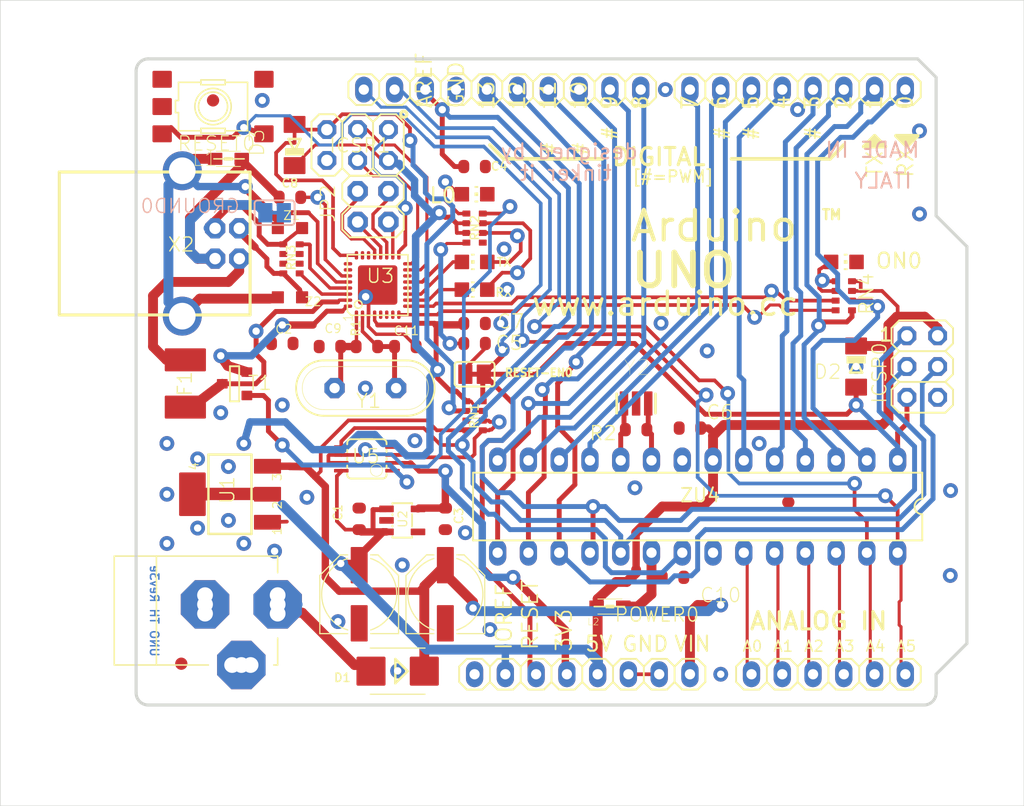
<source format=kicad_pcb>
(kicad_pcb (version 20240108) (generator "pcbnew") (generator_version "8.0")
  (layers (0 "F.Cu" signal) (31 "B.Cu" signal) (34 "B.Paste" user) (35 "F.Paste" user) (36 "B.SilkS" user "B.Silkscreen") (37 "F.SilkS" user "F.Silkscreen") (38 "B.Mask" user) (39 "F.Mask" user) (44 "Edge.Cuts" user))
  (net 0 "")
  (net 1 "+5V")
  (net 2 "GND")
  (net 3 "AREF")
  (net 4 "RESET")
  (net 5 "VIN")
  (net 6 "M8RXD")
  (net 7 "M8TXD")
  (net 8 "SCK")
  (net 9 "N$3")
  (net 10 "N$35")
  (net 11 "N$36")
  (net 12 "PWRIN")
  (net 13 "D-")
  (net 14 "D+")
  (net 15 "+3V3")
  (net 16 "MISO")
  (net 17 "MOSI")
  (net 18 "SS")
  (net 19 "DTR")
  (net 20 "GATE_CMD")
  (net 21 "CMP")
  (net 22 "USBVCC")
  (net 23 "XTAL2")
  (net 24 "XTAL1")
  (net 25 "TP_VUCAP")
  (net 26 "RD-")
  (net 27 "RD+")
  (net 28 "RESET2")
  (net 29 "MISO2")
  (net 30 "MOSI2")
  (net 31 "SCK2")
  (net 32 "USHIELD")
  (net 33 "UGND")
  (net 34 "XUSB")
  (net 35 "XT2")
  (net 36 "XT1")
  (net 37 "RXLED")
  (net 38 "TXLED")
  (net 39 "AD0")
  (net 40 "AD1")
  (net 41 "AD2")
  (net 42 "AD3")
  (net 43 "AD4/SDA")
  (net 44 "AD5/SCL")
  (net 45 "IO2")
  (net 46 "IO1")
  (net 47 "IO0")
  (net 48 "IO3")
  (net 49 "IO4")
  (net 50 "IO5")
  (net 51 "IO6")
  (net 52 "IO7")
  (net 53 "IO8")
  (net 54 "IO9")
  (net 55 "5-GND")
  (net 56 "N$1")
  (net 57 "PB4")
  (net 58 "PB5")
  (net 59 "PB6")
  (net 60 "PB7")
  (net 61 "L13")
  (net 62 "AVCC")
  (footprint "2X03" (layer "F.Cu") (at 179.1081 103.7336 -90)
    (property "Reference" "ICSP0")
    (property "Value" "3x2 M")
  )
  (footprint "MLF32" (layer "F.Cu") (at 134.1501 97.0026 90)
    (property "Reference" "U3")
    (property "Value" "ATMEGA16U2-MU(R)" (hide yes))
  )
  (footprint "TP-SP" (layer "F.Cu") (at 120.1801 94.8436)
    (property "Reference" "TP_UGND0" (hide yes))
    (property "Value" "TP_SP" (hide yes))
  )
  (footprint "CT_CN0603" (layer "F.Cu") (at 126.9111 92.3036 180)
    (property "Reference" "Z1")
    (property "Value" "CG0603MLC-05E")
  )
  (footprint "MINIMELF" (layer "F.Cu") (at 173.6471 103.7336 -90)
    (property "Reference" "D2")
    (property "Value" "CD1206-S01575")
  )
  (footprint "" (layer "F.Cu") (at 180.2511 96.1136)
    (property "Reference" "@HOLE0" (hide yes))
    (property "Value" "")
  )
  (footprint "MSOP08" (layer "F.Cu") (at 133.2611 111.3536 90)
    (property "Reference" "U5")
    (property "Value" "LMV358IDGKR")
  )
  (footprint "TP-SP" (layer "F.Cu") (at 140.6271 80.8736)
    (property "Reference" "GND_TP1" (hide yes))
    (property "Value" "TP_SP" (hide yes))
  )
  (footprint "TP-SP" (layer "F.Cu") (at 135.6741 105.5116)
    (property "Reference" "TP_XT4" (hide yes))
    (property "Value" "TP_SP" (hide yes))
  )
  (footprint "FIDUCIA-MOUNT" (layer "F.Cu") (at 117.9411 128.2636)
    (property "Reference" "FD3" (hide yes))
    (property "Value" "FIDUCIALMOUNT" (hide yes))
  )
  (footprint "TP-SP" (layer "F.Cu") (at 167.5511 129.1336)
    (property "Reference" "TP_A1" (hide yes))
    (property "Value" "TP_SP" (hide yes))
  )
  (footprint "TP-SP" (layer "F.Cu") (at 145.5801 92.9386)
    (property "Reference" "TP_TXL0" (hide yes))
    (property "Value" "TP_SP" (hide yes))
  )
  (footprint "TP-SP" (layer "F.Cu") (at 148.2471 80.8736)
    (property "Reference" "TP_11" (hide yes))
    (property "Value" "TP_SP" (hide yes))
  )
  (footprint "TP-SP" (layer "F.Cu") (at 132.4991 84.1756)
    (property "Reference" "TP_SCK2" (hide yes))
    (property "Value" "TP_SP" (hide yes))
  )
  (footprint "1X08" (layer "F.Cu") (at 168.8211 80.8736 180)
    (property "Reference" "IOL0" (hide yes))
    (property "Value" "8x1F-H8.5" (hide yes))
  )
  (footprint "TP-SP" (layer "F.Cu") (at 177.7111 129.1336)
    (property "Reference" "TP_A5" (hide yes))
    (property "Value" "TP_SP" (hide yes))
  )
  (footprint "CAY16" (layer "F.Cu") (at 142.1511 107.7976 90)
    (property "Reference" "RN1")
    (property "Value" "10K")
  )
  (footprint "TP-SP" (layer "F.Cu") (at 143.1671 80.8736)
    (property "Reference" "TP_13" (hide yes))
    (property "Value" "TP_SP" (hide yes))
  )
  (footprint "TP-SP" (layer "F.Cu") (at 122.7201 94.8436)
    (property "Reference" "TP_XUSB0" (hide yes))
    (property "Value" "TP_SP" (hide yes))
  )
  (footprint "TP-SP" (layer "F.Cu") (at 172.6311 129.1336)
    (property "Reference" "TP_A3" (hide yes))
    (property "Value" "TP_SP" (hide yes))
  )
  (footprint "CT_CN0603" (layer "F.Cu") (at 126.9111 98.0186 180)
    (property "Reference" "Z2")
    (property "Value" "CG0603MLC-05E")
  )
  (footprint "TP-SP" (layer "F.Cu") (at 133.0071 80.8736)
    (property "Reference" "TP_SCL0" (hide yes))
    (property "Value" "TP_SP" (hide yes))
  )
  (footprint "TP-SP" (layer "F.Cu") (at 147.2311 129.1336)
    (property "Reference" "TP_RESET0" (hide yes))
    (property "Value" "TP_SP" (hide yes))
  )
  (footprint "CHIP-LED0805" (layer "F.Cu") (at 172.6311 95.0976 -90)
    (property "Reference" "ON0")
    (property "Value" "GREEN")
  )
  (footprint "TS42" (layer "F.Cu") (at 120.5611 82.2706)
    (property "Reference" "RESET0")
    (property "Value" "TS42031-160R-TR-7260" (hide yes))
  )
  (footprint "TP-SP" (layer "F.Cu") (at 129.9591 84.1756)
    (property "Reference" "TP_RESET2" (hide yes))
    (property "Value" "TP_SP" (hide yes))
  )
  (footprint "TP-SP" (layer "F.Cu") (at 120.1801 92.3036)
    (property "Reference" "TP_D+0" (hide yes))
    (property "Value" "TP_SP" (hide yes))
  )
  (footprint "0805" (layer "F.Cu") (at 121.8311 86.5886 180)
    (property "Reference" "L1")
    (property "Value" "BLM21")
  )
  (footprint "C0603-ROUND" (layer "F.Cu") (at 126.9111 89.7636 180)
    (property "Reference" "C8")
    (property "Value" "1u")
  )
  (footprint "TP-SP" (layer "F.Cu") (at 175.1711 80.8736)
    (property "Reference" "TP_1" (hide yes))
    (property "Value" "TP_SP" (hide yes))
  )
  (footprint "2X03" (layer "F.Cu") (at 132.4991 85.4456 180)
    (property "Reference" "ICSP1")
    (property "Value" "3x2 M" (hide yes))
  )
  (footprint "SMB" (layer "F.Cu") (at 135.8011 128.8796 180)
    (property "Reference" "D1")
    (property "Value" "M7")
  )
  (footprint "PANASONIC_D" (layer "F.Cu") (at 139.7381 122.5296 90)
    (property "Reference" "PC1" (hide yes))
    (property "Value" "47u")
  )
  (footprint "TP-SP" (layer "F.Cu") (at 124.1171 100.8126)
    (property "Reference" "TP_USBVCC0" (hide yes))
    (property "Value" "TP_SP" (hide yes))
  )
  (footprint "L1812" (layer "F.Cu") (at 118.2751 105.1306 90)
    (property "Reference" "F1")
    (property "Value" "MF-MSMF050-2 500mA" (hide yes))
  )
  (footprint "C0603-ROUND" (layer "F.Cu") (at 132.6261 116.3066 -90)
    (property "Reference" "C1")
    (property "Value" "100n")
  )
  (footprint "TP-SP" (layer "F.Cu") (at 122.7201 92.3036)
    (property "Reference" "TP_D-0" (hide yes))
    (property "Value" "TP_SP" (hide yes))
  )
  (footprint "TP-SP" (layer "F.Cu") (at 165.0111 129.1336)
    (property "Reference" "TP_A0" (hide yes))
    (property "Value" "TP_SP" (hide yes))
  )
  (footprint "TP-SP" (layer "F.Cu") (at 152.3111 129.1336)
    (property "Reference" "TP_5V0" (hide yes))
    (property "Value" "TP_SP" (hide yes))
  )
  (footprint "TP-SP" (layer "F.Cu") (at 145.7071 80.8736)
    (property "Reference" "TP_12" (hide yes))
    (property "Value" "TP_SP" (hide yes))
  )
  (footprint "1X06" (layer "F.Cu") (at 171.3611 129.1336)
    (property "Reference" "AD0" (hide yes))
    (property "Value" "6x1F-H8.5" (hide yes))
  )
  (footprint "QS" (layer "F.Cu") (at 133.1341 105.5116 180)
    (property "Reference" "Y1")
    (property "Value" "16MHz")
  )
  (footprint "0805" (layer "F.Cu") (at 153.3271 123.5456)
    (property "Reference" "L2")
    (property "Value" "10uH")
  )
  (footprint "TP-SP" (layer "F.Cu") (at 154.2161 111.4806)
    (property "Reference" "TP_XT2" (hide yes))
    (property "Value" "TP_SP" (hide yes))
  )
  (footprint "C0603-ROUND" (layer "F.Cu") (at 142.1511 101.8286)
    (property "Reference" "C5")
    (property "Value" "100n")
  )
  (footprint "C0603-ROUND" (layer "F.Cu") (at 139.7381 116.3066 90)
    (property "Reference" "C3")
    (property "Value" "1u")
  )
  (footprint "RESONATOR" (layer "F.Cu") (at 155.4861 106.7816)
    (property "Reference" "Y2")
    (property "Value" "CSTCE16M0V53-R0 16MHZ")
  )
  (footprint "C0603-ROUND" (layer "F.Cu") (at 126.2761 101.8286 180)
    (property "Reference" "C2")
    (property "Value" "100n")
  )
  (footprint "TP-SP" (layer "F.Cu") (at 165.2651 99.6696)
    (property "Reference" "TP_TX0" (hide yes))
    (property "Value" "TP_SP" (hide yes))
  )
  (footprint "MINIMELF" (layer "F.Cu") (at 127.2921 85.4456 90)
    (property "Reference" "D3")
    (property "Value" "CD1206-S01575")
  )
  (footprint "TP-SP" (layer "F.Cu") (at 135.0391 91.7956)
    (property "Reference" "TP_PB4" (hide yes))
    (property "Value" "TP_SP" (hide yes))
  )
  (footprint "TP-SP" (layer "F.Cu") (at 170.0911 129.1336)
    (property "Reference" "TP_A2" (hide yes))
    (property "Value" "TP_SP" (hide yes))
  )
  (footprint "1X08" (layer "F.Cu") (at 151.0411 129.1336)
    (property "Reference" "POWER0")
    (property "Value" "8x1F-H8.5" (hide yes))
  )
  (footprint "TP-SP" (layer "F.Cu") (at 132.4991 89.2556)
    (property "Reference" "TP_PB7" (hide yes))
    (property "Value" "TP_SP" (hide yes))
  )
  (footprint "TP-SP" (layer "F.Cu") (at 129.1971 89.7636)
    (property "Reference" "TP_VUCAP0" (hide yes))
    (property "Value" "TP_SP" (hide yes))
  )
  (footprint "TP-SP" (layer "F.Cu") (at 180.3781 101.1936)
    (property "Reference" "TP_5V1" (hide yes))
    (property "Value" "TP_SP" (hide yes))
  )
  (footprint "TP-SP" (layer "F.Cu") (at 175.1711 129.1336)
    (property "Reference" "TP_A4" (hide yes))
    (property "Value" "TP_SP" (hide yes))
  )
  (footprint "C0603-ROUND" (layer "F.Cu") (at 158.5341 121.1326 180)
    (property "Reference" "C10")
    (property "Value" "100n")
  )
  (footprint "TP-SP" (layer "F.Cu") (at 123.2281 88.8746)
    (property "Reference" "TP_USH0" (hide yes))
    (property "Value" "TP_SP" (hide yes))
  )
  (footprint "R0603-ROUND" (layer "F.Cu") (at 155.4861 108.9406 180)
    (property "Reference" "R2")
    (property "Value" "1M")
  )
  (footprint "TP-SP" (layer "F.Cu") (at 157.3911 129.1336)
    (property "Reference" "GND_TP0" (hide yes))
    (property "Value" "TP_SP" (hide yes))
  )
  (footprint "DIL28-3" (layer "F.Cu") (at 160.5661 115.2906 180)
    (property "Reference" "ZU4")
    (property "Value" "ATMEGA328P-PU")
  )
  (footprint "TP-SP" (layer "F.Cu") (at 132.4991 86.7156)
    (property "Reference" "TP_MOSI2" (hide yes))
    (property "Value" "TP_SP" (hide yes))
  )
  (footprint "CAY16" (layer "F.Cu") (at 142.1511 92.3036 -90)
    (property "Reference" "RN2")
    (property "Value" "1K")
  )
  (footprint "TP-SP" (layer "F.Cu") (at 156.7561 111.4806)
    (property "Reference" "TP_XT1" (hide yes))
    (property "Value" "TP_SP" (hide yes))
  )
  (footprint "TP-SP" (layer "F.Cu") (at 135.0391 84.1756)
    (property "Reference" "TP_MISO2" (hide yes))
    (property "Value" "TP_SP" (hide yes))
  )
  (footprint "TP-SP" (layer "F.Cu") (at 140.1191 101.8286)
    (property "Reference" "TP_DTR0" (hide yes))
    (property "Value" "TP_SP" (hide yes))
  )
  (footprint "TP-SP" (layer "F.Cu") (at 159.9311 80.8736)
    (property "Reference" "TP_7" (hide yes))
    (property "Value" "TP_SP" (hide yes))
  )
  (footprint "TP-SP" (layer "F.Cu") (at 172.6311 80.8736)
    (property "Reference" "TP_2" (hide yes))
    (property "Value" "TP_SP" (hide yes))
  )
  (footprint "TP-SP" (layer "F.Cu") (at 127.4191 123.4186)
    (property "Reference" "TP_PWRIN0" (hide yes))
    (property "Value" "TP_SP" (hide yes))
  )
  (footprint "CAY16" (layer "F.Cu") (at 127.0381 94.8436 90)
    (property "Reference" "RN3")
    (property "Value" "22R")
  )
  (footprint "1X10" (layer "F.Cu") (at 144.4371 80.8736 180)
    (property "Reference" "IOH0" (hide yes))
    (property "Value" "10x1F-H8.5" (hide yes))
  )
  (footprint "C0603-ROUND" (layer "F.Cu") (at 142.1511 100.1776)
    (property "Reference" "C7")
    (property "Value" "100n")
  )
  (footprint "TP-SP" (layer "F.Cu") (at 150.7871 80.8736)
    (property "Reference" "TP_10" (hide yes))
    (property "Value" "TP_SP" (hide yes))
  )
  (footprint "TP-SP" (layer "F.Cu") (at 144.1831 108.3056)
    (property "Reference" "TP_CMP0" (hide yes))
    (property "Value" "TP_SP" (hide yes))
  )
  (footprint "TP-SP" (layer "F.Cu") (at 166.6621 97.5106)
    (property "Reference" "TP_RX0" (hide yes))
    (property "Value" "TP_SP" (hide yes))
  )
  (footprint "TP-SP" (layer "F.Cu") (at 135.0391 89.2556)
    (property "Reference" "TP_PB5" (hide yes))
    (property "Value" "TP_SP" (hide yes))
  )
  (footprint "TP-SP" (layer "F.Cu") (at 149.7711 129.1336)
    (property "Reference" "TP_3V3" (hide yes))
    (property "Value" "TP_SP" (hide yes))
  )
  (footprint "CAY16" (layer "F.Cu") (at 172.6311 97.8916 90)
    (property "Reference" "RN4")
    (property "Value" "1K")
  )
  (footprint "TP-SP" (layer "F.Cu") (at 155.8671 80.8736)
    (property "Reference" "TP_8" (hide yes))
    (property "Value" "TP_SP" (hide yes))
  )
  (footprint "TP-SP" (layer "F.Cu") (at 145.5801 95.9866)
    (property "Reference" "TP_RXL0" (hide yes))
    (property "Value" "TP_SP" (hide yes))
  )
  (footprint "TP-SP" (layer "F.Cu") (at 132.4991 91.7956)
    (property "Reference" "TP_PB6" (hide yes))
    (property "Value" "TP_SP" (hide yes))
  )
  (footprint "POWERSUPPLY_DC-21MM" (layer "F.Cu") (at 119.5451 123.2916 90)
    (property "Reference" "X1" (hide yes))
    (property "Value" "POWERSUPPLY_DC21MMX" (hide yes))
  )
  (footprint "C0603-ROUND" (layer "F.Cu") (at 136.4361 102.0826)
    (property "Reference" "C11")
    (property "Value" "22p")
  )
  (footprint "PN61729" (layer "F.Cu") (at 118.0211 93.5736 -90)
    (property "Reference" "X2")
    (property "Value" "USB-B_TH")
  )
  (footprint "SJ" (layer "F.Cu") (at 142.1511 104.3686)
    (property "Reference" "RESET-EN0")
    (property "Value" "")
  )
  (footprint "TP-SP" (layer "F.Cu") (at 138.0871 80.8736)
    (property "Reference" "TP_AREF0" (hide yes))
    (property "Value" "TP_SP" (hide yes))
  )
  (footprint "TP-SP" (layer "F.Cu") (at 162.4711 80.8736)
    (property "Reference" "TP_6" (hide yes))
    (property "Value" "TP_SP" (hide yes))
  )
  (footprint "TP-SP" (layer "F.Cu") (at 177.7111 80.8736)
    (property "Reference" "TP_0" (hide yes))
    (property "Value" "TP_SP" (hide yes))
  )
  (footprint "R0603-ROUND" (layer "F.Cu") (at 133.2611 102.0826)
    (property "Reference" "R1")
    (property "Value" "1M")
  )
  (footprint "TP-SP" (layer "F.Cu") (at 135.5471 80.8736)
    (property "Reference" "TP_SDA0" (hide yes))
    (property "Value" "TP_SP" (hide yes))
  )
  (footprint "CHIP-LED0805" (layer "F.Cu") (at 142.1511 89.5096 -90)
    (property "Reference" "L0")
    (property "Value" "YELLOW")
  )
  (footprint "TP-SP" (layer "F.Cu") (at 170.8531 96.6216)
    (property "Reference" "TP_ONL0" (hide yes))
    (property "Value" "TP_SP" (hide yes))
  )
  (footprint "" (layer "F.Cu") (at 128.1811 129.1336)
    (property "Reference" "@HOLE3" (hide yes))
    (property "Value" "")
  )
  (footprint "" (layer "F.Cu") (at 129.4511 80.8736)
    (property "Reference" "@HOLE2" (hide yes))
    (property "Value" "")
  )
  (footprint "PANASONIC_D" (layer "F.Cu") (at 132.6261 122.5296 90)
    (property "Reference" "PC2" (hide yes))
    (property "Value" "47u")
  )
  (footprint "FIDUCIA-MOUNT" (layer "F.Cu") (at 168.0511 114.9326)
    (property "Reference" "FD2" (hide yes))
    (property "Value" "FIDUCIALMOUNT" (hide yes))
  )
  (footprint "SOT-23" (layer "F.Cu") (at 122.3391 105.1306 -90)
    (property "Reference" "T1")
    (property "Value" "FDN340P")
  )
  (footprint "C0603-ROUND" (layer "F.Cu") (at 159.9311 108.8136)
    (property "Reference" "C6")
    (property "Value" "100n")
  )
  (footprint "TP-SP" (layer "F.Cu") (at 165.0111 80.8736)
    (property "Reference" "TP_5" (hide yes))
    (property "Value" "TP_SP" (hide yes))
  )
  (footprint "TP-SP" (layer "F.Cu") (at 130.5941 105.5116)
    (property "Reference" "TP_XT3" (hide yes))
    (property "Value" "TP_SP" (hide yes))
  )
  (footprint "C0603-ROUND" (layer "F.Cu") (at 130.2131 102.0826 180)
    (property "Reference" "C9")
    (property "Value" "22p")
  )
  (footprint "TP-SP" (layer "F.Cu") (at 153.3271 80.8736)
    (property "Reference" "TP_9" (hide yes))
    (property "Value" "TP_SP" (hide yes))
  )
  (footprint "C0603-ROUND" (layer "F.Cu") (at 142.1511 87.2236 180)
    (property "Reference" "C4")
    (property "Value" "100n")
  )
  (footprint "SOT223" (layer "F.Cu") (at 121.9581 114.2746 90)
    (property "Reference" "U1")
    (property "Value" "NCP1117ST50T3G" (hide yes))
  )
  (footprint "TP-SP" (layer "F.Cu") (at 133.1341 110.5916)
    (property "Reference" "TP_LCMD0" (hide yes))
    (property "Value" "TP_SP" (hide yes))
  )
  (footprint "CHIP-LED0805" (layer "F.Cu") (at 142.1511 97.3836 90)
    (property "Reference" "RX0" (hide yes))
    (property "Value" "YELLOW")
  )
  (footprint "TP-SP" (layer "F.Cu") (at 139.7381 88.4936)
    (property "Reference" "TP_LL0" (hide yes))
    (property "Value" "TP_SP" (hide yes))
  )
  (footprint "TP-SP" (layer "F.Cu") (at 126.2761 110.2106)
    (property "Reference" "TP_GATE0" (hide yes))
    (property "Value" "TP_SP" (hide yes))
  )
  (footprint "CHIP-LED0805" (layer "F.Cu") (at 142.1511 95.0976 90)
    (property "Reference" "TX0" (hide yes))
    (property "Value" "YELLOW")
  )
  (footprint "" (layer "F.Cu") (at 180.2511 124.0536)
    (property "Reference" "@HOLE1" (hide yes))
    (property "Value" "")
  )
  (footprint "TP-SP" (layer "F.Cu") (at 159.9311 129.1336)
    (property "Reference" "TP_VIN0" (hide yes))
    (property "Value" "TP_SP" (hide yes))
  )
  (footprint "TP-SP" (layer "F.Cu") (at 167.5511 80.8736)
    (property "Reference" "TP_4" (hide yes))
    (property "Value" "TP_SP" (hide yes))
  )
  (footprint "FIDUCIA-MOUNT" (layer "F.Cu") (at 120.5611 81.7626)
    (property "Reference" "FD1" (hide yes))
    (property "Value" "FIDUCIALMOUNT" (hide yes))
  )
  (footprint "SOT23-DBV" (layer "F.Cu") (at 136.1821 116.4336 -90)
    (property "Reference" "U2")
    (property "Value" "LP2985-33DBVR")
  )
  (footprint "2X02" (layer "F.Cu") (at 133.7691 90.5256 90)
    (property "Reference" "JP2")
    (property "Value" "2x2 M - NM")
  )
  (footprint "TP-SP" (layer "F.Cu") (at 170.0911 80.8736)
    (property "Reference" "TP_3" (hide yes))
    (property "Value" "TP_SP" (hide yes))
  )
  (footprint "SJ" (layer "B.Cu") (at 125.6411 91.0336 180)
    (property "Reference" "GROUND0")
    (property "Value" "")
  )
  (gr_line (start 178.7271 84.6836) (end 176.9491 84.6836) (stroke (width 0.3048)) (layer "F.SilkS"))
  (gr_line (start 175.6791 85.4456) (end 174.9171 85.4456) (stroke (width 0.3048)) (layer "F.SilkS"))
  (gr_line (start 177.8381 85.0646) (end 177.8381 85.1916) (stroke (width 0.3048)) (layer "F.SilkS"))
  (gr_line (start 171.4881 86.5886) (end 163.3601 86.5886) (stroke (width 0.3048)) (layer "F.SilkS"))
  (gr_line (start 178.3461 84.8106) (end 177.8381 85.3186) (stroke (width 0.3048)) (layer "F.SilkS"))
  (gr_line (start 177.8381 85.3186) (end 177.4571 84.9376) (stroke (width 0.3048)) (layer "F.SilkS"))
  (gr_line (start 177.8381 85.5726) (end 178.7271 84.6836) (stroke (width 0.3048)) (layer "F.SilkS"))
  (gr_line (start 176.9491 84.6836) (end 177.8381 85.5726) (stroke (width 0.3048)) (layer "F.SilkS"))
  (gr_line (start 174.9171 85.4456) (end 175.2981 85.1916) (stroke (width 0.3048)) (layer "F.SilkS"))
  (gr_line (start 175.1711 84.6836) (end 174.2821 85.5726) (stroke (width 0.3048)) (layer "F.SilkS"))
  (gr_circle (center 136.3091 82.9056) (end 136.5631 82.9056) (stroke (width 0.254)) (fill none) (layer "F.SilkS"))
  (gr_line (start 174.6631 85.4456) (end 175.1711 84.9376) (stroke (width 0.3048)) (layer "F.SilkS"))
  (gr_line (start 144.5641 86.5886) (end 143.4211 85.4456) (stroke (width 0.3048)) (layer "F.SilkS"))
  (gr_line (start 177.4571 84.9376) (end 177.9651 84.9376) (stroke (width 0.3048)) (layer "F.SilkS"))
  (gr_line (start 175.1711 84.9376) (end 175.6791 85.4456) (stroke (width 0.3048)) (layer "F.SilkS"))
  (gr_line (start 172.6311 85.4456) (end 171.4881 86.5886) (stroke (width 0.3048)) (layer "F.SilkS"))
  (gr_line (start 174.2821 85.5726) (end 176.0601 85.5726) (stroke (width 0.3048)) (layer "F.SilkS"))
  (gr_line (start 176.0601 85.5726) (end 175.1711 84.6836) (stroke (width 0.3048)) (layer "F.SilkS"))
  (gr_line (start 152.6921 86.5886) (end 144.5641 86.5886) (stroke (width 0.3048)) (layer "F.SilkS"))
  (gr_line (start 177.3301 84.8106) (end 178.3461 84.8106) (stroke (width 0.3048)) (layer "F.SilkS"))
  (gr_arc (start 115.2111 131.6736) (mid 114.503993 131.380707) (end 114.2111 130.6736) (stroke (width 0.254)) (layer "Edge.Cuts"))
  (gr_rect (start 103 73.5) (end 187.5 140) (stroke (width 0.05)) (fill none) (layer "Edge.Cuts"))
  (gr_line (start 180.2511 129.1336) (end 180.2511 130.6736) (stroke (width 0.254)) (layer "Edge.Cuts"))
  (gr_line (start 180.2511 91.2876) (end 182.7911 93.8276) (stroke (width 0.254)) (layer "Edge.Cuts"))
  (gr_line (start 114.2111 130.6736) (end 114.2111 79.3336) (stroke (width 0.254)) (layer "Edge.Cuts"))
  (gr_line (start 179.2511 131.6736) (end 115.2111 131.6736) (stroke (width 0.254)) (layer "Edge.Cuts"))
  (gr_line (start 180.2511 79.8576) (end 180.2511 91.2876) (stroke (width 0.254)) (layer "Edge.Cuts"))
  (gr_line (start 178.7271 78.3336) (end 180.2511 79.8576) (stroke (width 0.254)) (layer "Edge.Cuts"))
  (gr_line (start 115.2111 78.3336) (end 178.7271 78.3336) (stroke (width 0.254)) (layer "Edge.Cuts"))
  (gr_line (start 182.7911 126.5936) (end 180.2511 129.1336) (stroke (width 0.254)) (layer "Edge.Cuts"))
  (gr_arc (start 180.2511 130.6736) (mid 179.958207 131.380707) (end 179.2511 131.6736) (stroke (width 0.254)) (layer "Edge.Cuts"))
  (gr_line (start 182.7911 93.8276) (end 182.7911 126.5936) (stroke (width 0.254)) (layer "Edge.Cuts"))
  (gr_arc (start 114.2111 79.3336) (mid 114.503993 78.626493) (end 115.2111 78.3336) (stroke (width 0.254)) (layer "Edge.Cuts"))
  (gr_text "UNO TH Rev3e" (at 116.1161 127.751067 -90) (layer "B.Cu") (effects (font (size 0.69088 0.69088) (thickness 0.12192)) (justify left top mirror)))
  (gr_text "MADE IN" (at 178.9811 86.5886 0) (layer "B.SilkS") (effects (font (size 1.251712 1.251712) (thickness 0.170688)) (justify left bottom mirror)))
  (gr_text "ITALY" (at 178.3461 89.1286 0) (layer "B.SilkS") (effects (font (size 1.251712 1.251712) (thickness 0.170688)) (justify left bottom mirror)))
  (gr_text "designed by" (at 155.7401 86.7156 0) (layer "B.SilkS") (effects (font (size 1.251712 1.251712) (thickness 0.170688)) (justify left bottom mirror)))
  (gr_text "tinker it" (at 153.5811 88.4936 0) (layer "B.SilkS") (effects (font (size 1.251712 1.251712) (thickness 0.170688)) (justify left bottom mirror)))
  (gr_text "3" (at 169.3291 82.6516 90) (layer "F.SilkS") (effects (font (size 1.251712 1.251712) (thickness 0.170688)) (justify left top)))
  (gr_text "AREF" (at 137.2279 82.5114 90) (layer "F.SilkS") (effects (font (size 1.28016 1.28016) (thickness 0.14224)) (justify left top)))
  (gr_text "A1" (at 166.7397 127.3434 0) (layer "F.SilkS") (effects (font (size 0.89408 0.89408) (thickness 0.12192)) (justify left bottom)))
  (gr_text "GND" (at 139.8841 82.5368 90) (layer "F.SilkS") (effects (font (size 1.28016 1.28016) (thickness 0.14224)) (justify left top)))
  (gr_text "A3" (at 171.8197 127.3434 0) (layer "F.SilkS") (effects (font (size 0.89408 0.89408) (thickness 0.12192)) (justify left bottom)))
  (gr_text "5" (at 164.2491 82.6516 90) (layer "F.SilkS") (effects (font (size 1.251712 1.251712) (thickness 0.170688)) (justify left top)))
  (gr_text "A5" (at 176.8997 127.3434 0) (layer "F.SilkS") (effects (font (size 0.89408 0.89408) (thickness 0.12192)) (justify left bottom)))
  (gr_text "DIGITAL" (at 153.3635 87.2594 0) (layer "F.SilkS") (effects (font (size 1.42494 1.42494) (thickness 0.25146)) (justify left bottom)))
  (gr_text "A0" (at 164.1997 127.3434 0) (layer "F.SilkS") (effects (font (size 0.89408 0.89408) (thickness 0.12192)) (justify left bottom)))
  (gr_text "www.arduino.cc" (at 146.7231 99.6696 0) (layer "F.SilkS") (effects (font (size 1.922272 1.922272) (thickness 0.262128)) (justify left bottom)))
  (gr_text "TX" (at 175.9287 88.2274 90) (layer "F.SilkS") (effects (font (size 1.28016 1.28016) (thickness 0.14224)) (justify left bottom)))
  (gr_text "3V3" (at 150.2791 127.3556 90) (layer "F.SilkS") (effects (font (size 1.28016 1.28016) (thickness 0.14224)) (justify left bottom)))
  (gr_text "[#=PWM]" (at 155.1051 88.6206 0) (layer "F.SilkS") (effects (font (size 0.972312 0.972312) (thickness 0.145288)) (justify left bottom)))
  (gr_text "10" (at 150.0251 82.6516 90) (layer "F.SilkS") (effects (font (size 1.251712 1.251712) (thickness 0.170688)) (justify left top)))
  (gr_text "VIN" (at 158.5341 127.3556 0) (layer "F.SilkS") (effects (font (size 1.251712 1.251712) (thickness 0.170688)) (justify left bottom)))
  (gr_text "TX" (at 143.91415 94.7166 0) (layer "F.SilkS") (effects (font (size 0.69088 0.69088) (thickness 0.12192)) (justify left top)))
  (gr_text "5V" (at 151.1681 127.3556 0) (layer "F.SilkS") (effects (font (size 1.251712 1.251712) (thickness 0.170688)) (justify left bottom)))
  (gr_text "8" (at 155.1051 82.6516 90) (layer "F.SilkS") (effects (font (size 1.251712 1.251712) (thickness 0.170688)) (justify left top)))
  (gr_text "GND" (at 154.2245 127.3688 0) (layer "F.SilkS") (effects (font (size 1.251712 1.251712) (thickness 0.170688)) (justify left bottom)))
  (gr_text "12" (at 144.9451 82.6516 90) (layer "F.SilkS") (effects (font (size 1.251712 1.251712) (thickness 0.170688)) (justify left top)))
  (gr_text "#" (at 148.8821 86.3346 90) (layer "F.SilkS") (effects (font (size 0.972312 0.972312) (thickness 0.145288)) (justify left bottom)))
  (gr_text "7" (at 159.1691 82.6516 90) (layer "F.SilkS") (effects (font (size 1.251712 1.251712) (thickness 0.170688)) (justify left top)))
  (gr_text "RESET" (at 147.4851 127.2286 90) (layer "F.SilkS") (effects (font (size 1.28016 1.28016) (thickness 0.14224)) (justify left bottom)))
  (gr_text "ANALOG IN" (at 164.7571 125.5776 0) (layer "F.SilkS") (effects (font (size 1.42494 1.42494) (thickness 0.25146)) (justify left bottom)))
  (gr_text "A4" (at 174.3597 127.3434 0) (layer "F.SilkS") (effects (font (size 0.89408 0.89408) (thickness 0.12192)) (justify left bottom)))
  (gr_text "13" (at 142.4051 82.6516 90) (layer "F.SilkS") (effects (font (size 1.251712 1.251712) (thickness 0.170688)) (justify left top)))
  (gr_text "RX" (at 178.4731 88.2396 90) (layer "F.SilkS") (effects (font (size 1.28016 1.28016) (thickness 0.14224)) (justify left bottom)))
  (gr_text "Arduino" (at 154.8511 93.5736 0) (layer "F.SilkS") (effects (font (size 2.45872 2.45872) (thickness 0.33528)) (justify left bottom)))
  (gr_text "#" (at 165.5191 85.0646 90) (layer "F.SilkS") (effects (font (size 0.972312 0.972312) (thickness 0.145288)) (justify left bottom)))
  (gr_text "2" (at 171.8691 82.6516 90) (layer "F.SilkS") (effects (font (size 1.251712 1.251712) (thickness 0.170688)) (justify left top)))
  (gr_text "RX" (at 143.8021 98.0186 0) (layer "F.SilkS") (effects (font (size 0.69088 0.69088) (thickness 0.12192)) (justify left bottom)))
  (gr_text "9" (at 152.5651 82.6516 90) (layer "F.SilkS") (effects (font (size 1.251712 1.251712) (thickness 0.170688)) (justify left top)))
  (gr_text "1" (at 174.4091 82.6516 90) (layer "F.SilkS") (effects (font (size 1.251712 1.251712) (thickness 0.170688)) (justify left top)))
  (gr_text "A2" (at 169.2797 127.3434 0) (layer "F.SilkS") (effects (font (size 0.89408 0.89408) (thickness 0.12192)) (justify left bottom)))
  (gr_text "#" (at 163.1061 85.0646 90) (layer "F.SilkS") (effects (font (size 0.972312 0.972312) (thickness 0.145288)) (justify left bottom)))
  (gr_text "6" (at 161.7091 82.6516 90) (layer "F.SilkS") (effects (font (size 1.251712 1.251712) (thickness 0.170688)) (justify left top)))
  (gr_text "IOREF" (at 145.3261 127.2286 90) (layer "F.SilkS") (effects (font (size 1.28016 1.28016) (thickness 0.14224)) (justify left bottom)))
  (gr_text "#" (at 151.4221 86.3346 90) (layer "F.SilkS") (effects (font (size 0.972312 0.972312) (thickness 0.145288)) (justify left bottom)))
  (gr_text "1" (at 175.4575 101.7292 0) (layer "F.SilkS") (effects (font (size 1.0795 1.0795) (thickness 0.1905)) (justify left bottom)))
  (gr_text "UNO" (at 154.8511 97.3836 0) (layer "F.SilkS") (effects (font (size 2.69875 2.69875) (thickness 0.47625)) (justify left bottom)))
  (gr_text "TM" (at 170.7261 91.6686 0) (layer "F.SilkS") (effects (font (size 0.8128 0.8128) (thickness 0.2032)) (justify left bottom)))
  (gr_text "0" (at 176.9491 82.6516 90) (layer "F.SilkS") (effects (font (size 1.251712 1.251712) (thickness 0.170688)) (justify left top)))
  (gr_text "11" (at 147.4851 82.6516 90) (layer "F.SilkS") (effects (font (size 1.251712 1.251712) (thickness 0.170688)) (justify left top)))
  (gr_text "#" (at 170.5991 85.0646 90) (layer "F.SilkS") (effects (font (size 0.972312 0.972312) (thickness 0.145288)) (justify left bottom)))
  (gr_text "4" (at 166.7891 82.6516 90) (layer "F.SilkS") (effects (font (size 1.251712 1.251712) (thickness 0.170688)) (justify left top)))
  (gr_text "#" (at 153.8351 85.0646 90) (layer "F.SilkS") (effects (font (size 0.972312 0.972312) (thickness 0.145288)) (justify left bottom)))
  (segment (start 161.8361 111.4806) (end 161.8361 114.4016) (width 0.8128) (layer "F.Cu") (net 1))
  (segment (start 132.9941 119.9896) (end 132.6261 120.1296) (width 0.6096) (layer "F.Cu") (net 1))
  (segment (start 141.4761 106.5976) (end 141.8655 106.5976) (width 0.254) (layer "F.Cu") (net 1))
  (segment (start 125.3871 101.1936) (end 125.3871 101.8286) (width 0.6096) (layer "F.Cu") (net 1))
  (segment (start 130.7846 116.4971) (end 130.7846 112.7741) (width 0.3048) (layer "F.Cu") (net 1))
  (segment (start 133.9001 99.9276) (end 133.9001 99.4526) (width 0.2794) (layer "F.Cu") (net 1))
  (segment (start 118.8591 114.2746) (end 120.0531 114.2746) (width 1.016) (layer "F.Cu") (net 1))
  (segment (start 161.4551 108.8136) (end 161.9631 109.3216) (width 0.6096) (layer "F.Cu") (net 1))
  (segment (start 135.0391 86.7156) (end 134.5311 86.7156) (width 0.254) (layer "F.Cu") (net 1))
  (segment (start 125.3871 101.8286) (end 125.2601 101.9556) (width 0.6096) (layer "F.Cu") (net 1))
  (segment (start 138.8491 100.1639) (end 137.2391 100.1639) (width 0.4064) (layer "F.Cu") (net 1))
  (segment (start 137.0984 100.3046) (end 134.1501 100.3046) (width 0.4064) (layer "F.Cu") (net 1))
  (segment (start 133.7691 115.5446) (end 134.8211 115.5446) (width 0.4064) (layer "F.Cu") (net 1))
  (segment (start 152.3111 123.3756) (end 152.2271 123.5456) (width 0.8128) (layer "F.Cu") (net 1))
  (segment (start 155.4861 117.4496) (end 155.4861 120.4976) (width 0.6096) (layer "F.Cu") (net 1))
  (segment (start 175.8061 108.5596) (end 176.3141 108.0516) (width 0.8128) (layer "F.Cu") (net 1))
  (segment (start 160.9471 115.2906) (end 157.6451 115.2906) (width 0.8128) (layer "F.Cu") (net 1))
  (segment (start 123.3551 104.1908) (end 121.7803 103.6828) (width 0.8128) (layer "F.Cu") (net 1))
  (segment (start 134.1501 100.3046) (end 133.9001 99.9276) (width 0.2794) (layer "F.Cu") (net 1))
  (segment (start 175.7871 97.4916) (end 174.0281 97.4916) (width 0.3048) (layer "F.Cu") (net 1))
  (segment (start 121.7803 103.6828) (end 121.1961 102.8446) (width 0.8128) (layer "F.Cu") (net 1))
  (segment (start 140.1381 91.3956) (end 140.6461 91.9036) (width 0.4064) (layer "F.Cu") (net 1))
  (segment (start 131.4831 117.1956) (end 130.7846 116.4971) (width 0.3048) (layer "F.Cu") (net 1))
  (segment (start 139.1031 104.7006) (end 140.1681 105.7656) (width 0.4064) (layer "F.Cu") (net 1))
  (segment (start 133.7691 117.3836) (end 133.7691 115.5446) (width 0.4064) (layer "F.Cu") (net 1))
  (segment (start 140.6441 105.7656) (end 141.4761 106.5976) (width 0.4064) (layer "F.Cu") (net 1))
  (segment (start 140.6841 92.7036) (end 141.4761 92.7036) (width 0.3048) (layer "F.Cu") (net 1))
  (segment (start 157.6451 115.2906) (end 155.4861 117.4496) (width 0.8128) (layer "F.Cu") (net 1))
  (segment (start 132.6261 119.3546) (end 134.5971 117.3836) (width 0.6096) (layer "F.Cu") (net 1))
  (segment (start 139.2301 91.0336) (end 139.7381 91.4146) (width 0.4064) (layer "F.Cu") (net 1))
  (segment (start 141.1488 100.2909) (end 141.2621 100.1776) (width 0.6096) (layer "F.Cu") (net 1))
  (segment (start 179.3113 99.6188) (end 180.3781 100.5586) (width 0.8128) (layer "F.Cu") (net 1))
  (segment (start 120.0785 114.2492) (end 125.2347 114.2492) (width 1.016) (layer "F.Cu") (net 1))
  (segment (start 138.9761 103.4796) (end 138.9761 100.2909) (width 0.4064) (layer "F.Cu") (net 1))
  (segment (start 177.0761 98.7806) (end 175.7871 97.4916) (width 0.3048) (layer "F.Cu") (net 1))
  (segment (start 173.9711 96.6916) (end 173.3061 96.6916) (width 0.3048) (layer "F.Cu") (net 1))
  (segment (start 160.8201 108.8136) (end 161.4551 108.8136) (width 0.6096) (layer "F.Cu") (net 1))
  (segment (start 152.3111 129.1336) (end 152.3111 123.6296) (width 0.8128) (layer "F.Cu") (net 1))
  (segment (start 176.3141 102.2096) (end 176.3141 100.3046) (width 0.8128) (layer "F.Cu") (net 1))
  (segment (start 131.1891 112.3696) (end 131.1491 112.3296) (width 0.3048) (layer "F.Cu") (net 1))
  (segment (start 176.1381 102.0336) (end 173.6471 102.0336) (width 0.8128) (layer "F.Cu") (net 1))
  (segment (start 138.9761 100.2909) (end 138.8491 100.1639) (width 0.4064) (layer "F.Cu") (net 1))
  (segment (start 132.6261 117.1956) (end 131.4831 117.1956) (width 0.3048) (layer "F.Cu") (net 1))
  (segment (start 180.3781 101.1936) (end 180.2511 101.1936) (width 0.508) (layer "F.Cu") (net 1))
  (segment (start 139.1031 103.9876) (end 138.9761 103.4796) (width 0.4064) (layer "F.Cu") (net 1))
  (segment (start 180.3781 100.5586) (end 180.3781 101.1936) (width 0.8128) (layer "F.Cu") (net 1))
  (segment (start 132.8141 117.3836) (end 132.6261 117.1956) (width 0.6096) (layer "F.Cu") (net 1))
  (segment (start 134.8211 115.5446) (end 134.8821 115.4836) (width 0.4064) (layer "F.Cu") (net 1))
  (segment (start 177.0761 99.6188) (end 177.0761 98.7806) (width 0.3048) (layer "F.Cu") (net 1))
  (segment (start 133.7691 117.3836) (end 132.8141 117.3836) (width 0.6096) (layer "F.Cu") (net 1))
  (segment (start 176.9999 99.6188) (end 177.0761 99.6188) (width 0.8128) (layer "F.Cu") (net 1))
  (segment (start 174.0281 96.7486) (end 173.9711 96.6916) (width 0.3048) (layer "F.Cu") (net 1))
  (segment (start 161.9631 109.3216) (end 162.7251 108.5596) (width 0.8128) (layer "F.Cu") (net 1))
  (segment (start 152.3111 123.6296) (end 152.2271 123.5456) (width 0.8128) (layer "F.Cu") (net 1))
  (segment (start 120.0531 114.2746) (end 120.0785 114.2492) (width 1.016) (layer "F.Cu") (net 1))
  (segment (start 134.5311 86.7156) (end 133.2611 85.4456) (width 0.254) (layer "F.Cu") (net 1))
  (segment (start 177.0761 99.6188) (end 179.3113 99.6188) (width 0.8128) (layer "F.Cu") (net 1))
  (segment (start 128.9921 85.4456) (end 127.2921 87.1456) (width 0.254) (layer "F.Cu") (net 1))
  (segment (start 134.8821 117.3836) (end 133.7691 117.3836) (width 0.6096) (layer "F.Cu") (net 1))
  (segment (start 131.2291 99.1616) (end 131.6381 98.7526) (width 0.3048) (layer "F.Cu") (net 1))
  (segment (start 140.6461 91.9036) (end 141.4761 91.9036) (width 0.3048) (layer "F.Cu") (net 1))
  (segment (start 142.4369 107.3976) (end 142.8261 107.3976) (width 0.254) (layer "F.Cu") (net 1))
  (segment (start 180.3781 101.1936) (end 180.3781 101.2306) (width 0.8128) (layer "F.Cu") (net 1))
  (segment (start 152.3111 122.9106) (end 152.3111 123.3756) (width 0.8128) (layer "F.Cu") (net 1))
  (segment (start 139.7381 91.4146) (end 140.1381 91.3956) (width 0.4064) (layer "F.Cu") (net 1))
  (segment (start 141.8655 106.5976) (end 142.4369 107.3976) (width 0.254) (layer "F.Cu") (net 1))
  (segment (start 155.4861 120.4976) (end 155.4861 120.7516) (width 0.8128) (layer "F.Cu") (net 1))
  (segment (start 161.8361 114.4016) (end 160.9471 115.2906) (width 0.8128) (layer "F.Cu") (net 1))
  (segment (start 126.2761 100.3046) (end 125.3871 101.1936) (width 0.6096) (layer "F.Cu") (net 1))
  (segment (start 131.6381 98.7526) (end 131.7001 98.7526) (width 0.2794) (layer "F.Cu") (net 1))
  (segment (start 174.0281 97.4916) (end 173.3061 97.4916) (width 0.3048) (layer "F.Cu") (net 1))
  (segment (start 176.3141 102.2096) (end 176.1381 102.0336) (width 0.8128) (layer "F.Cu") (net 1))
  (segment (start 176.3141 108.0516) (end 176.3141 102.2096) (width 0.8128) (layer "F.Cu") (net 1))
  (segment (start 130.7846 112.7741) (end 131.1891 112.3696) (width 0.3048) (layer "F.Cu") (net 1))
  (segment (start 155.4861 120.7516) (end 154.7241 121.5136) (width 0.8128) (layer "F.Cu") (net 1))
  (segment (start 139.1031 103.9876) (end 139.1031 104.7006) (width 0.4064) (layer "F.Cu") (net 1))
  (segment (start 176.3141 100.3046) (end 176.9999 99.6188) (width 0.8128) (layer "F.Cu") (net 1))
  (segment (start 153.8351 121.5136) (end 152.3111 122.9106) (width 0.8128) (layer "F.Cu") (net 1))
  (segment (start 141.4761 106.5976) (end 141.5331 106.6546) (width 0.254) (layer "F.Cu") (net 1))
  (segment (start 138.9761 100.2909) (end 141.1488 100.2909) (width 0.6096) (layer "F.Cu") (net 1))
  (segment (start 133.2611 85.4456) (end 128.9921 85.4456) (width 0.254) (layer "F.Cu") (net 1))
  (segment (start 131.1021 119.9896) (end 132.9941 119.9896) (width 0.6096) (layer "F.Cu") (net 1))
  (segment (start 161.8361 109.4486) (end 161.8361 111.4806) (width 0.8128) (layer "F.Cu") (net 1))
  (segment (start 125.2347 114.2492) (end 125.0569 114.2746) (width 0.508) (layer "F.Cu") (net 1))
  (segment (start 162.7251 108.5596) (end 175.8061 108.5596) (width 0.8128) (layer "F.Cu") (net 1))
  (segment (start 154.7241 121.5136) (end 153.8351 121.5136) (width 0.8128) (layer "F.Cu") (net 1))
  (segment (start 134.5971 117.3836) (end 134.8821 117.3836) (width 0.6096) (layer "F.Cu") (net 1))
  (segment (start 128.8161 100.3046) (end 129.9591 99.1616) (width 0.4064) (layer "F.Cu") (net 1))
  (segment (start 137.2391 100.1639) (end 137.0984 100.3046) (width 0.4064) (layer "F.Cu") (net 1))
  (segment (start 140.1681 105.7656) (end 140.6441 105.7656) (width 0.4064) (layer "F.Cu") (net 1))
  (segment (start 140.6461 91.9036) (end 140.6841 92.7036) (width 0.3048) (layer "F.Cu") (net 1))
  (segment (start 174.0281 97.4916) (end 174.0281 96.7486) (width 0.3048) (layer "F.Cu") (net 1))
  (segment (start 132.6261 120.1296) (end 132.6261 119.3546) (width 0.6096) (layer "F.Cu") (net 1))
  (segment (start 161.8361 109.4486) (end 161.9631 109.3216) (width 0.8128) (layer "F.Cu") (net 1))
  (segment (start 129.9591 99.1616) (end 131.2291 99.1616) (width 0.4064) (layer "F.Cu") (net 1))
  (segment (start 126.2761 100.3046) (end 128.8161 100.3046) (width 0.6096) (layer "F.Cu") (net 1))
  (via (at 123.1011 110.0836) (size 1.2192) (drill 0.6096) (layers "F.Cu" "B.Cu") (net 1))
  (via (at 116.7511 114.2746) (size 1.2192) (drill 0.6096) (layers "F.Cu" "B.Cu") (net 1))
  (via (at 121.1961 102.8446) (size 1.2192) (drill 0.6096) (layers "F.Cu" "B.Cu") (net 1))
  (via (at 123.1011 118.3386) (size 1.2192) (drill 0.6096) (layers "F.Cu" "B.Cu") (net 1))
  (via (at 119.2911 117.0686) (size 1.2192) (drill 0.6096) (layers "F.Cu" "B.Cu") (net 1))
  (via (at 116.7511 110.0836) (size 1.2192) (drill 0.6096) (layers "F.Cu" "B.Cu") (net 1))
  (via (at 139.1031 103.9876) (size 1.2192) (drill 0.6096) (layers "F.Cu" "B.Cu") (net 1))
  (via (at 121.1961 107.5436) (size 1.2192) (drill 0.6096) (layers "F.Cu" "B.Cu") (net 1))
  (via (at 116.7511 118.3386) (size 1.2192) (drill 0.6096) (layers "F.Cu" "B.Cu") (net 1))
  (via (at 126.2761 100.3046) (size 1.2192) (drill 0.6096) (layers "F.Cu" "B.Cu") (net 1))
  (via (at 121.8311 111.9886) (size 1.2192) (drill 0.6096) (layers "F.Cu" "B.Cu") (net 1))
  (via (at 121.8311 116.4336) (size 1.2192) (drill 0.6096) (layers "F.Cu" "B.Cu") (net 1))
  (via (at 119.2911 111.3536) (size 1.2192) (drill 0.6096) (layers "F.Cu" "B.Cu") (net 1))
  (via (at 139.2301 91.0336) (size 1.2192) (drill 0.6096) (layers "F.Cu" "B.Cu") (net 1))
  (via (at 131.1021 119.9896) (size 1.2192) (drill 0.6096) (layers "F.Cu" "B.Cu") (net 1))
  (segment (start 144.8181 127.1016) (end 144.6911 126.9746) (width 0.6096) (layer "B.Cu") (net 1))
  (segment (start 138.4681 104.6226) (end 139.1031 103.9876) (width 0.6096) (layer "B.Cu") (net 1))
  (segment (start 131.1021 119.9896) (end 126.2761 115.1636) (width 0.8128) (layer "B.Cu") (net 1))
  (segment (start 144.8181 127.1016) (end 151.3967 127.1016) (width 0.8128) (layer "B.Cu") (net 1))
  (segment (start 135.9281 87.0966) (end 135.9281 86.9696) (width 0.6096) (layer "B.Cu") (net 1))
  (segment (start 137.1981 89.6366) (end 137.1981 88.3666) (width 0.6096) (layer "B.Cu") (net 1))
  (segment (start 137.2819 101.9987) (end 137.2819 92.9818) (width 0.6096) (layer "B.Cu") (net 1))
  (segment (start 123.6091 108.3056) (end 126.5301 108.3056) (width 0.6096) (layer "B.Cu") (net 1))
  (segment (start 139.1031 103.8199) (end 137.2819 101.9987) (width 0.6096) (layer "B.Cu") (net 1))
  (segment (start 139.2301 91.0336) (end 138.5951 91.0336) (width 0.6096) (layer "B.Cu") (net 1))
  (segment (start 131.1021 119.9896) (end 138.2141 127.1016) (width 0.8128) (layer "B.Cu") (net 1))
  (segment (start 131.2799 110.5916) (end 132.5753 109.347) (width 0.6096) (layer "B.Cu") (net 1))
  (segment (start 139.1031 103.9876) (end 139.1031 103.8199) (width 0.6096) (layer "B.Cu") (net 1))
  (segment (start 137.1981 88.3666) (end 135.9281 87.0966) (width 0.6096) (layer "B.Cu") (net 1))
  (segment (start 136.5631 111.0996) (end 137.9601 111.0996) (width 0.6096) (layer "B.Cu") (net 1))
  (segment (start 133.9215 109.347) (end 134.6073 110.0836) (width 0.6096) (layer "B.Cu") (net 1))
  (segment (start 128.8161 110.5916) (end 131.2799 110.5916) (width 0.6096) (layer "B.Cu") (net 1))
  (segment (start 137.9601 111.0996) (end 138.4681 110.5916) (width 0.6096) (layer "B.Cu") (net 1))
  (segment (start 152.3365 128.0414) (end 152.3111 129.1336) (width 0.8128) (layer "B.Cu") (net 1))
  (segment (start 123.1011 110.0836) (end 123.6091 108.3056) (width 0.6096) (layer "B.Cu") (net 1))
  (segment (start 132.5753 109.347) (end 133.9215 109.347) (width 0.6096) (layer "B.Cu") (net 1))
  (segment (start 138.2141 127.1016) (end 144.8181 127.1016) (width 0.8128) (layer "B.Cu") (net 1))
  (segment (start 151.3967 127.1016) (end 152.3365 128.0414) (width 0.8128) (layer "B.Cu") (net 1))
  (segment (start 135.2931 86.9696) (end 135.0391 86.7156) (width 0.6096) (layer "B.Cu") (net 1))
  (segment (start 123.7361 102.8446) (end 126.2761 100.3046) (width 0.6096) (layer "B.Cu") (net 1))
  (segment (start 137.2819 92.9818) (end 139.2301 91.0336) (width 0.6096) (layer "B.Cu") (net 1))
  (segment (start 135.5471 110.0836) (end 136.5631 111.0996) (width 0.6096) (layer "B.Cu") (net 1))
  (segment (start 126.5301 108.3056) (end 128.8161 110.5916) (width 0.6096) (layer "B.Cu") (net 1))
  (segment (start 134.6073 110.0836) (end 135.5471 110.0836) (width 0.6096) (layer "B.Cu") (net 1))
  (segment (start 135.9281 86.9696) (end 135.2931 86.9696) (width 0.6096) (layer "B.Cu") (net 1))
  (segment (start 138.4681 110.5916) (end 138.4681 104.6226) (width 0.6096) (layer "B.Cu") (net 1))
  (segment (start 144.6911 126.9746) (end 144.6911 129.1336) (width 0.6096) (layer "B.Cu") (net 1))
  (segment (start 121.1961 102.8446) (end 123.7361 102.8446) (width 0.6096) (layer "B.Cu") (net 1))
  (segment (start 138.5951 91.0336) (end 137.1981 89.6366) (width 0.6096) (layer "B.Cu") (net 1))
  (segment (start 133.4001 98.1576) (end 133.1595 97.9678) (width 0.3048) (layer "F.Cu") (net 2))
  (segment (start 136.3091 101.0666) (end 137.3251 102.0826) (width 0.2794) (layer "F.Cu") (net 2))
  (segment (start 133.3881 99.4156) (end 133.3881 100.4316) (width 0.2794) (layer "F.Cu") (net 2))
  (segment (start 133.3881 100.4316) (end 134.0231 101.0666) (width 0.2794) (layer "F.Cu") (net 2))
  (segment (start 125.0569 116.586) (end 126.6571 116.5352) (width 0.3048) (layer "F.Cu") (net 2))
  (segment (start 133.4001 99.4526) (end 133.4001 98.1576) (width 0.3048) (layer "F.Cu") (net 2))
  (segment (start 133.1595 97.9678) (end 134.1501 97.0026) (width 0.3048) (layer "F.Cu") (net 2))
  (segment (start 154.8511 129.1336) (end 157.3911 129.1336) (width 0.3048) (layer "F.Cu") (net 2))
  (segment (start 134.0231 101.0666) (end 136.3091 101.0666) (width 0.2794) (layer "F.Cu") (net 2))
  (via (at 143.4211 125.4506) (size 1.2192) (drill 0.6096) (layers "F.Cu" "B.Cu") (net 2))
  (via (at 165.6461 110.0836) (size 1.2192) (drill 0.6096) (layers "F.Cu" "B.Cu") (net 2))
  (via (at 144.8435 97.3582) (size 1.2192) (drill 0.6096) (layers "F.Cu" "B.Cu") (net 2))
  (via (at 157.8991 80.8736) (size 1.2192) (drill 0.6096) (layers "F.Cu" "B.Cu") (net 2))
  (via (at 125.6411 118.9736) (size 1.2192) (drill 0.6096) (layers "F.Cu" "B.Cu") (net 2))
  (via (at 168.8211 82.5246) (size 1.2192) (drill 0.6096) (layers "F.Cu" "B.Cu") (net 2))
  (via (at 178.8795 91.1352) (size 1.2192) (drill 0.6096) (layers "F.Cu" "B.Cu") (net 2))
  (via (at 128.3081 114.5286) (size 1.2192) (drill 0.6096) (layers "F.Cu" "B.Cu") (net 2))
  (via (at 126.2761 106.9086) (size 1.2192) (drill 0.6096) (layers "F.Cu" "B.Cu") (net 2))
  (via (at 135.8011 128.8542) (size 1.2192) (drill 0.6096) (layers "F.Cu" "B.Cu") (net 2))
  (via (at 162.4711 129.1336) (size 1.2192) (drill 0.6096) (layers "F.Cu" "B.Cu") (net 2))
  (via (at 144.5895 94.0308) (size 1.2192) (drill 0.6096) (layers "F.Cu" "B.Cu") (net 2))
  (via (at 133.1595 97.9678) (size 1.2192) (drill 0.6096) (layers "F.Cu" "B.Cu") (net 2))
  (via (at 130.8735 124.7902) (size 1.2192) (drill 0.6096) (layers "F.Cu" "B.Cu") (net 2))
  (via (at 124.6251 81.7626) (size 1.2192) (drill 0.6096) (layers "F.Cu" "B.Cu") (net 2))
  (via (at 181.4449 113.9698) (size 1.2192) (drill 0.6096) (layers "F.Cu" "B.Cu") (net 2))
  (via (at 173.6471 103.7336) (size 1.2192) (drill 0.6096) (layers "F.Cu" "B.Cu") (net 2))
  (via (at 136.1821 120.1166) (size 1.2192) (drill 0.6096) (layers "F.Cu" "B.Cu") (net 2))
  (via (at 178.8795 84.2772) (size 1.2192) (drill 0.6096) (layers "F.Cu" "B.Cu") (net 2))
  (via (at 144.3101 100.1776) (size 1.2192) (drill 0.6096) (layers "F.Cu" "B.Cu") (net 2))
  (via (at 133.1341 105.5116) (size 1.2192) (drill 0.6096) (layers "F.Cu" "B.Cu") (net 2))
  (via (at 155.3845 113.7412) (size 1.2192) (drill 0.6096) (layers "F.Cu" "B.Cu") (net 2))
  (via (at 181.4195 120.9802) (size 1.2192) (drill 0.6096) (layers "F.Cu" "B.Cu") (net 2))
  (via (at 137.2235 109.855) (size 1.2192) (drill 0.6096) (layers "F.Cu" "B.Cu") (net 2))
  (via (at 157.5435 100.1522) (size 1.2192) (drill 0.6096) (layers "F.Cu" "B.Cu") (net 2))
  (via (at 161.3535 102.4382) (size 1.2192) (drill 0.6096) (layers "F.Cu" "B.Cu") (net 2))
  (via (at 141.3891 117.4496) (size 1.2192) (drill 0.6096) (layers "F.Cu" "B.Cu") (net 2))
  (segment (start 126.4031 91.0336) (end 125.0061 91.0336) (width 0.3048) (layer "B.Cu") (net 2))
  (segment (start 139.4841 86.2076) (end 140.5001 87.2236) (width 0.4064) (layer "F.Cu") (net 3))
  (segment (start 140.5001 87.2236) (end 141.2621 87.2236) (width 0.4064) (layer "F.Cu") (net 3))
  (segment (start 139.4841 82.5246) (end 139.4841 86.2076) (width 0.4064) (layer "F.Cu") (net 3))
  (segment (start 139.4841 82.5246) (end 138.0871 81.1276) (width 0.4064) (layer "F.Cu") (net 3))
  (segment (start 138.0871 81.1276) (end 138.0871 80.8736) (width 0.4064) (layer "F.Cu") (net 3))
  (via (at 139.4841 82.5246) (size 1.2192) (drill 0.6096) (layers "F.Cu" "B.Cu") (net 3))
  (segment (start 141.1351 113.7666) (end 143.2941 115.9256) (width 0.4064) (layer "B.Cu") (net 3))
  (segment (start 149.8981 99.6696) (end 149.8981 89.0016) (width 0.4064) (layer "B.Cu") (net 3))
  (segment (start 157.6451 120.7516) (end 159.2961 119.1006) (width 0.4064) (layer "B.Cu") (net 3))
  (segment (start 139.9921 110.7186) (end 139.9921 109.7026) (width 0.4064) (layer "B.Cu") (net 3))
  (segment (start 140.1191 83.1596) (end 139.4841 82.5246) (width 0.4064) (layer "B.Cu") (net 3))
  (segment (start 143.2941 115.9256) (end 143.8021 115.9256) (width 0.4064) (layer "B.Cu") (net 3))
  (segment (start 142.1511 107.5436) (end 142.1511 107.0356) (width 0.4064) (layer "B.Cu") (net 3))
  (segment (start 144.0561 83.1596) (end 140.1191 83.1596) (width 0.4064) (layer "B.Cu") (net 3))
  (segment (start 153.4541 120.7516) (end 157.6451 120.7516) (width 0.4064) (layer "B.Cu") (net 3))
  (segment (start 152.9461 117.9576) (end 152.9461 120.2436) (width 0.4064) (layer "B.Cu") (net 3))
  (segment (start 139.9921 109.7026) (end 142.1511 107.5436) (width 0.4064) (layer "B.Cu") (net 3))
  (segment (start 142.1511 107.0356) (end 148.7551 100.4316) (width 0.4064) (layer "B.Cu") (net 3))
  (segment (start 149.8981 89.0016) (end 144.0561 83.1596) (width 0.4064) (layer "B.Cu") (net 3))
  (segment (start 141.1351 111.8616) (end 139.9921 110.7186) (width 0.4064) (layer "B.Cu") (net 3))
  (segment (start 143.8021 115.9256) (end 145.0721 117.1956) (width 0.4064) (layer "B.Cu") (net 3))
  (segment (start 148.7551 100.4316) (end 149.1361 100.4316) (width 0.4064) (layer "B.Cu") (net 3))
  (segment (start 149.1361 100.4316) (end 149.8981 99.6696) (width 0.4064) (layer "B.Cu") (net 3))
  (segment (start 152.1841 117.1956) (end 152.9461 117.9576) (width 0.4064) (layer "B.Cu") (net 3))
  (segment (start 141.1351 111.8616) (end 141.1351 113.7666) (width 0.4064) (layer "B.Cu") (net 3))
  (segment (start 145.0721 117.1956) (end 152.1841 117.1956) (width 0.4064) (layer "B.Cu") (net 3))
  (segment (start 152.9461 120.2436) (end 153.4541 120.7516) (width 0.4064) (layer "B.Cu") (net 3))
  (segment (start 144.4371 109.8296) (end 145.3261 108.9406) (width 0.4064) (layer "F.Cu") (net 4))
  (segment (start 123.1011 84.0126) (end 122.9741 84.0486) (width 0.4064) (layer "F.Cu") (net 4))
  (segment (start 145.3261 108.9406) (end 145.3261 106.7816) (width 0.4064) (layer "F.Cu") (net 4))
  (segment (start 143.0401 102.2096) (end 143.0401 101.8286) (width 0.3048) (layer "F.Cu") (net 4))
  (segment (start 155.3591 101.8286) (end 161.2011 107.6706) (width 0.4064) (layer "F.Cu") (net 4))
  (segment (start 142.8261 103.8206) (end 142.8261 106.5976) (width 0.4064) (layer "F.Cu") (net 4))
  (segment (start 122.2121 84.8106) (end 117.8941 84.8106) (width 0.4064) (layer "F.Cu") (net 4))
  (segment (start 177.0761 111.4806) (end 177.0761 109.1946) (width 0.4064) (layer "F.Cu") (net 4))
  (segment (start 149.7711 101.8286) (end 155.3591 101.8286) (width 0.4064) (layer "F.Cu") (net 4))
  (segment (start 142.7861 120.2436) (end 142.7861 110.3376) (width 0.4064) (layer "F.Cu") (net 4))
  (segment (start 123.1011 84.0126) (end 124.7611 84.5206) (width 0.4064) (layer "F.Cu") (net 4))
  (segment (start 145.3261 106.7816) (end 142.9131 104.3686) (width 0.4064) (layer "F.Cu") (net 4))
  (segment (start 117.8941 84.8106) (end 117.0961 84.0126) (width 0.4064) (layer "F.Cu") (net 4))
  (segment (start 172.8851 107.6706) (end 173.6471 106.9086) (width 0.4064) (layer "F.Cu") (net 4))
  (segment (start 142.9131 104.3686) (end 141.3891 104.3686) (width 0.4064) (layer "F.Cu") (net 4))
  (segment (start 143.2941 109.8296) (end 144.4371 109.8296) (width 0.4064) (layer "F.Cu") (net 4))
  (segment (start 122.9741 84.0486) (end 122.2121 84.8106) (width 0.4064) (layer "F.Cu") (net 4))
  (segment (start 146.7231 128.6256) (end 146.7231 124.1806) (width 0.4064) (layer "F.Cu") (net 4))
  (segment (start 173.6471 106.9086) (end 173.6471 105.4336) (width 0.4064) (layer "F.Cu") (net 4))
  (segment (start 147.2311 104.3686) (end 149.7711 101.8286) (width 0.4064) (layer "F.Cu") (net 4))
  (segment (start 141.3891 103.8606) (end 143.0401 102.2096) (width 0.3048) (layer "F.Cu") (net 4))
  (segment (start 161.2011 107.6706) (end 172.8851 107.6706) (width 0.4064) (layer "F.Cu") (net 4))
  (segment (start 144.4371 102.8446) (end 144.4371 102.3366) (width 0.4064) (layer "F.Cu") (net 4))
  (segment (start 142.9131 104.3686) (end 142.8261 103.8206) (width 0.4064) (layer "F.Cu") (net 4))
  (segment (start 177.8511 108.4196) (end 177.8381 106.2736) (width 0.4064) (layer "F.Cu") (net 4))
  (segment (start 146.7231 124.1806) (end 142.7861 120.2436) (width 0.4064) (layer "F.Cu") (net 4))
  (segment (start 141.3891 104.3686) (end 141.3891 103.8606) (width 0.3048) (layer "F.Cu") (net 4))
  (segment (start 142.7861 110.3376) (end 143.2941 109.8296) (width 0.4064) (layer "F.Cu") (net 4))
  (segment (start 146.7231 128.6256) (end 147.2311 129.1336) (width 0.4064) (layer "F.Cu") (net 4))
  (segment (start 142.9131 104.3686) (end 144.4371 102.8446) (width 0.4064) (layer "F.Cu") (net 4))
  (segment (start 117.0961 84.0126) (end 116.3611 84.5206) (width 0.4064) (layer "F.Cu") (net 4))
  (segment (start 177.0761 109.1946) (end 177.8511 108.4196) (width 0.4064) (layer "F.Cu") (net 4))
  (segment (start 142.9131 104.3686) (end 147.2311 104.3686) (width 0.4064) (layer "F.Cu") (net 4))
  (via (at 123.1011 84.0126) (size 1.2192) (drill 0.6096) (layers "F.Cu" "B.Cu") (net 4))
  (via (at 144.4371 102.3366) (size 1.2192) (drill 0.6096) (layers "F.Cu" "B.Cu") (net 4))
  (via (at 173.6471 106.9086) (size 1.2192) (drill 0.6096) (layers "F.Cu" "B.Cu") (net 4))
  (segment (start 147.6121 97.0026) (end 147.6121 90.2716) (width 0.3048) (layer "B.Cu") (net 4))
  (segment (start 144.4371 102.3366) (end 144.4371 101.5746) (width 0.3048) (layer "B.Cu") (net 4))
  (segment (start 131.2291 84.8106) (end 130.5941 85.4456) (width 0.254) (layer "B.Cu") (net 4))
  (segment (start 173.6471 106.9086) (end 177.0761 110.3376) (width 0.4064) (layer "B.Cu") (net 4))
  (segment (start 147.6121 90.2716) (end 142.9131 85.5726) (width 0.3048) (layer "B.Cu") (net 4))
  (segment (start 132.0165 82.8802) (end 131.2291 83.6676) (width 0.254) (layer "B.Cu") (net 4))
  (segment (start 129.3241 85.4456) (end 126.9111 83.0326) (width 0.254) (layer "B.Cu") (net 4))
  (segment (start 136.1313 82.8802) (end 132.0165 82.8802) (width 0.254) (layer "B.Cu") (net 4))
  (segment (start 124.2589 83.0326) (end 124.1065 83.0072) (width 0.254) (layer "B.Cu") (net 4))
  (segment (start 142.9131 85.5726) (end 138.8237 85.5726) (width 0.3048) (layer "B.Cu") (net 4))
  (segment (start 131.2291 83.6676) (end 131.2291 84.8106) (width 0.254) (layer "B.Cu") (net 4))
  (segment (start 145.3261 99.2886) (end 147.6121 97.0026) (width 0.3048) (layer "B.Cu") (net 4))
  (segment (start 126.9111 83.0326) (end 124.2589 83.0326) (width 0.254) (layer "B.Cu") (net 4))
  (segment (start 177.0761 110.3376) (end 177.0761 111.4806) (width 0.4064) (layer "B.Cu") (net 4))
  (segment (start 138.8237 85.5726) (end 138.1887 84.9376) (width 0.3048) (layer "B.Cu") (net 4))
  (segment (start 144.4371 101.5746) (end 145.3261 100.6856) (width 0.3048) (layer "B.Cu") (net 4))
  (segment (start 124.1065 83.0072) (end 123.1011 84.0126) (width 0.254) (layer "B.Cu") (net 4))
  (segment (start 138.1887 84.9376) (end 136.1313 82.8802) (width 0.254) (layer "B.Cu") (net 4))
  (segment (start 130.5941 85.4456) (end 129.3241 85.4456) (width 0.254) (layer "B.Cu") (net 4))
  (segment (start 145.3261 100.6856) (end 145.3261 99.2886) (width 0.3048) (layer "B.Cu") (net 4))
  (segment (start 128.1811 111.9946) (end 126.9111 111.9886) (width 0.6096) (layer "F.Cu") (net 5))
  (segment (start 126.8797 111.9632) (end 125.0569 111.9632) (width 0.6096) (layer "F.Cu") (net 5))
  (segment (start 142.0241 123.1646) (end 142.0241 123.6726) (width 0.8128) (layer "F.Cu") (net 5))
  (segment (start 139.7381 120.8786) (end 142.0241 123.1646) (width 0.8128) (layer "F.Cu") (net 5))
  (segment (start 129.0066 112.8141) (end 129.4511 112.3696) (width 0.3048) (layer "F.Cu") (net 5))
  (segment (start 162.4711 123.4186) (end 160.5661 123.4186) (width 0.8128) (layer "F.Cu") (net 5))
  (segment (start 129.4511 112.3696) (end 129.4511 110.4646) (width 0.3048) (layer "F.Cu") (net 5))
  (segment (start 138.1571 121.7106) (end 138.0011 121.8666) (width 0.8128) (layer "F.Cu") (net 5))
  (segment (start 139.7381 120.1296) (end 139.7511 120.2436) (width 0.6096) (layer "F.Cu") (net 5))
  (segment (start 138.1571 121.7106) (end 139.7381 120.1296) (width 0.8128) (layer "F.Cu") (net 5))
  (segment (start 159.9311 124.0536) (end 159.9311 129.1336) (width 0.8128) (layer "F.Cu") (net 5))
  (segment (start 138.0011 121.8666) (end 138.0011 128.8796) (width 0.8128) (layer "F.Cu") (net 5))
  (segment (start 130.9751 122.2756) (end 137.5921 122.2756) (width 0.6096) (layer "F.Cu") (net 5))
  (segment (start 139.0331 108.9976) (end 141.4761 108.9976) (width 0.3048) (layer "F.Cu") (net 5))
  (segment (start 128.8161 112.6236) (end 128.1811 111.9946) (width 0.6096) (layer "F.Cu") (net 5))
  (segment (start 131.7371 108.1786) (end 138.2141 108.1786) (width 0.3048) (layer "F.Cu") (net 5))
  (segment (start 139.7381 120.1296) (end 139.7381 120.8786) (width 0.8128) (layer "F.Cu") (net 5))
  (segment (start 137.5921 122.2756) (end 138.1571 121.7106) (width 0.6096) (layer "F.Cu") (net 5))
  (segment (start 160.5661 123.4186) (end 159.9311 124.0536) (width 0.8128) (layer "F.Cu") (net 5))
  (segment (start 130.9751 122.2756) (end 129.8321 121.1326) (width 0.6096) (layer "F.Cu") (net 5))
  (segment (start 129.8321 113.6396) (end 129.0066 112.8141) (width 0.6096) (layer "F.Cu") (net 5))
  (segment (start 129.8321 121.1326) (end 129.8321 113.6396) (width 0.6096) (layer "F.Cu") (net 5))
  (segment (start 129.0066 112.8141) (end 128.8161 112.6236) (width 0.6096) (layer "F.Cu") (net 5))
  (segment (start 128.1811 111.9946) (end 126.8797 111.9632) (width 0.6096) (layer "F.Cu") (net 5))
  (segment (start 138.2141 108.1786) (end 139.0331 108.9976) (width 0.3048) (layer "F.Cu") (net 5))
  (segment (start 129.4511 110.4646) (end 131.7371 108.1786) (width 0.3048) (layer "F.Cu") (net 5))
  (via (at 142.0241 123.6726) (size 1.2192) (drill 0.6096) (layers "F.Cu" "B.Cu") (net 5))
  (via (at 162.4711 123.4186) (size 1.2192) (drill 0.6096) (layers "F.Cu" "B.Cu") (net 5))
  (segment (start 161.4551 123.9266) (end 161.9631 123.4186) (width 0.8128) (layer "B.Cu") (net 5))
  (segment (start 142.0241 123.6726) (end 142.2781 123.9266) (width 0.8128) (layer "B.Cu") (net 5))
  (segment (start 142.2781 123.9266) (end 161.4551 123.9266) (width 0.8128) (layer "B.Cu") (net 5))
  (segment (start 161.9631 123.4186) (end 162.4711 123.4186) (width 0.8128) (layer "B.Cu") (net 5))
  (segment (start 145.1991 98.5266) (end 145.7071 98.0186) (width 0.3048) (layer "F.Cu") (net 6))
  (segment (start 166.1541 98.0186) (end 166.6621 97.5106) (width 0.3048) (layer "F.Cu") (net 6))
  (segment (start 138.7501 98.7526) (end 138.9761 98.5266) (width 0.2794) (layer "F.Cu") (net 6))
  (segment (start 136.6001 98.7526) (end 138.7501 98.7526) (width 0.2794) (layer "F.Cu") (net 6))
  (segment (start 167.9131 98.2916) (end 171.9561 98.2916) (width 0.3048) (layer "F.Cu") (net 6))
  (segment (start 166.6621 97.5106) (end 167.0051 97.5106) (width 0.3048) (layer "F.Cu") (net 6))
  (segment (start 138.9761 98.5266) (end 145.1991 98.5266) (width 0.3048) (layer "F.Cu") (net 6))
  (segment (start 145.7071 98.0186) (end 166.1541 98.0186) (width 0.3048) (layer "F.Cu") (net 6))
  (segment (start 167.0051 97.5106) (end 167.9131 98.2916) (width 0.3048) (layer "F.Cu") (net 6))
  (via (at 166.6621 97.5106) (size 1.2192) (drill 0.6096) (layers "F.Cu" "B.Cu") (net 6))
  (segment (start 135.9001 99.4526) (end 139.0661 99.4526) (width 0.2794) (layer "F.Cu") (net 7))
  (segment (start 165.5191 99.6696) (end 166.5351 98.6536) (width 0.254) (layer "F.Cu") (net 7))
  (segment (start 167.7351 99.0916) (end 171.9561 99.0916) (width 0.254) (layer "F.Cu") (net 7))
  (segment (start 166.5351 98.6536) (end 167.2971 98.6536) (width 0.254) (layer "F.Cu") (net 7))
  (segment (start 164.2491 98.6536) (end 165.2651 99.6696) (width 0.3048) (layer "F.Cu") (net 7))
  (segment (start 146.0881 98.6536) (end 164.2491 98.6536) (width 0.3048) (layer "F.Cu") (net 7))
  (segment (start 139.0661 99.4526) (end 139.3571 99.1616) (width 0.2794) (layer "F.Cu") (net 7))
  (segment (start 167.2971 98.6536) (end 167.7351 99.0916) (width 0.254) (layer "F.Cu") (net 7))
  (segment (start 165.2651 99.6696) (end 165.5191 99.6696) (width 0.254) (layer "F.Cu") (net 7))
  (segment (start 139.3571 99.1616) (end 145.5801 99.1616) (width 0.3048) (layer "F.Cu") (net 7))
  (segment (start 145.5801 99.1616) (end 146.0881 98.6536) (width 0.3048) (layer "F.Cu") (net 7))
  (via (at 165.2651 99.6696) (size 1.2192) (drill 0.6096) (layers "F.Cu" "B.Cu") (net 7))
  (segment (start 137.9601 108.8136) (end 139.3571 110.2106) (width 0.3048) (layer "F.Cu") (net 8))
  (segment (start 131.1491 109.9096) (end 132.2451 108.8136) (width 0.3048) (layer "F.Cu") (net 8))
  (segment (start 131.1491 110.3796) (end 131.1491 109.9096) (width 0.3048) (layer "F.Cu") (net 8))
  (segment (start 139.3571 110.2106) (end 141.1351 110.2106) (width 0.3048) (layer "F.Cu") (net 8))
  (segment (start 132.2451 108.8136) (end 137.9601 108.8136) (width 0.3048) (layer "F.Cu") (net 8))
  (via (at 141.1351 110.2106) (size 1.2192) (drill 0.6096) (layers "F.Cu" "B.Cu") (net 8))
  (segment (start 176.3141 105.2576) (end 177.8381 103.7336) (width 0.4064) (layer "B.Cu") (net 8))
  (segment (start 160.6931 116.3066) (end 177.2031 116.3066) (width 0.4064) (layer "B.Cu") (net 8))
  (segment (start 145.9611 116.4336) (end 152.9461 116.4336) (width 0.4064) (layer "B.Cu") (net 8))
  (segment (start 154.2161 117.7036) (end 154.2161 118.7196) (width 0.4064) (layer "B.Cu") (net 8))
  (segment (start 149.0091 101.3206) (end 149.7711 101.3206) (width 0.4064) (layer "B.Cu") (net 8))
  (segment (start 177.2031 116.3066) (end 179.2351 114.2746) (width 0.4064) (layer "B.Cu") (net 8))
  (segment (start 152.9461 116.4336) (end 154.2161 117.7036) (width 0.4064) (layer "B.Cu") (net 8))
  (segment (start 179.2351 109.8296) (end 176.3141 106.9086) (width 0.4064) (layer "B.Cu") (net 8))
  (segment (start 143.5481 114.9096) (end 144.4371 114.9096) (width 0.4064) (layer "B.Cu") (net 8))
  (segment (start 149.7711 101.3206) (end 150.7871 100.3046) (width 0.4064) (layer "B.Cu") (net 8))
  (segment (start 176.3141 106.9086) (end 176.3141 105.2576) (width 0.4064) (layer "B.Cu") (net 8))
  (segment (start 154.2161 118.7196) (end 155.7401 117.1956) (width 0.4064) (layer "B.Cu") (net 8))
  (segment (start 143.1671 81.0006) (end 143.1671 80.8736) (width 0.4064) (layer "B.Cu") (net 8))
  (segment (start 142.0241 111.6076) (end 142.0241 113.3856) (width 0.4064) (layer "B.Cu") (net 8))
  (segment (start 141.1351 110.7186) (end 142.0241 111.6076) (width 0.4064) (layer "B.Cu") (net 8))
  (segment (start 150.7871 88.6206) (end 143.1671 81.0006) (width 0.4064) (layer "B.Cu") (net 8))
  (segment (start 141.1351 109.7026) (end 143.0401 107.7976) (width 0.4064) (layer "B.Cu") (net 8))
  (segment (start 179.2351 114.2746) (end 179.2351 109.8296) (width 0.4064) (layer "B.Cu") (net 8))
  (segment (start 159.8041 117.1956) (end 160.6931 116.3066) (width 0.4064) (layer "B.Cu") (net 8))
  (segment (start 142.0241 113.3856) (end 143.5481 114.9096) (width 0.4064) (layer "B.Cu") (net 8))
  (segment (start 155.7401 117.1956) (end 159.8041 117.1956) (width 0.4064) (layer "B.Cu") (net 8))
  (segment (start 141.1351 110.2106) (end 141.1351 109.7026) (width 0.4064) (layer "B.Cu") (net 8))
  (segment (start 143.0401 107.7976) (end 143.0401 107.2896) (width 0.4064) (layer "B.Cu") (net 8))
  (segment (start 150.7871 100.3046) (end 150.7871 88.6206) (width 0.4064) (layer "B.Cu") (net 8))
  (segment (start 143.0401 107.2896) (end 149.0091 101.3206) (width 0.4064) (layer "B.Cu") (net 8))
  (segment (start 141.1351 110.2106) (end 141.1351 110.7186) (width 0.4064) (layer "B.Cu") (net 8))
  (segment (start 154.2161 118.7196) (end 154.2161 119.1006) (width 0.4064) (layer "B.Cu") (net 8))
  (segment (start 144.4371 114.9096) (end 145.9611 116.4336) (width 0.4064) (layer "B.Cu") (net 8))
  (segment (start 171.1771 96.6916) (end 171.9561 96.6916) (width 0.3048) (layer "F.Cu") (net 9))
  (segment (start 170.8531 96.6216) (end 170.5991 96.3676) (width 0.3048) (layer "F.Cu") (net 9))
  (segment (start 170.8531 96.6216) (end 171.1771 96.6916) (width 0.3048) (layer "F.Cu") (net 9))
  (segment (start 170.5991 95.7326) (end 171.5811 95.0976) (width 0.3048) (layer "F.Cu") (net 9))
  (segment (start 170.5991 96.3676) (end 170.5991 97.2566) (width 0.3048) (layer "F.Cu") (net 9))
  (segment (start 170.5991 97.2566) (end 170.8341 97.4916) (width 0.3048) (layer "F.Cu") (net 9))
  (segment (start 170.8341 97.4916) (end 171.9561 97.4916) (width 0.3048) (layer "F.Cu") (net 9))
  (segment (start 170.5991 96.3676) (end 170.5991 95.7326) (width 0.3048) (layer "F.Cu") (net 9))
  (via (at 170.8531 96.6216) (size 1.2192) (drill 0.6096) (layers "F.Cu" "B.Cu") (net 9))
  (segment (start 143.1671 97.3836) (end 143.1671 97.2566) (width 0.3048) (layer "F.Cu") (net 10))
  (segment (start 146.7485 94.8182) (end 146.7485 92.5068) (width 0.3048) (layer "F.Cu") (net 10))
  (segment (start 144.4371 95.9866) (end 145.6817 95.9866) (width 0.3048) (layer "F.Cu") (net 10))
  (segment (start 145.6817 95.9866) (end 146.7485 94.8182) (width 0.3048) (layer "F.Cu") (net 10))
  (segment (start 143.1671 97.2566) (end 144.4371 95.9866) (width 0.3048) (layer "F.Cu") (net 10))
  (segment (start 146.7485 92.5068) (end 146.1453 91.9036) (width 0.3048) (layer "F.Cu") (net 10))
  (segment (start 143.2011 97.3836) (end 143.1671 97.3836) (width 0.3048) (layer "F.Cu") (net 10))
  (segment (start 146.1453 91.9036) (end 142.8261 91.9036) (width 0.3048) (layer "F.Cu") (net 10))
  (via (at 145.6817 95.9866) (size 1.2192) (drill 0.6096) (layers "F.Cu" "B.Cu") (net 10))
  (segment (start 145.6817 92.9386) (end 145.3451 92.7036) (width 0.3048) (layer "F.Cu") (net 11))
  (segment (start 143.2011 95.0976) (end 143.4611 95.1036) (width 0.3048) (layer "F.Cu") (net 11))
  (segment (start 145.9611 93.3196) (end 145.6817 92.9386) (width 0.3048) (layer "F.Cu") (net 11))
  (segment (start 145.0661 95.1036) (end 145.9611 94.2086) (width 0.3048) (layer "F.Cu") (net 11))
  (segment (start 145.3451 92.7036) (end 142.8261 92.7036) (width 0.3048) (layer "F.Cu") (net 11))
  (segment (start 145.9611 94.2086) (end 145.9611 93.3196) (width 0.3048) (layer "F.Cu") (net 11))
  (segment (start 143.4611 95.1036) (end 145.0661 95.1036) (width 0.3048) (layer "F.Cu") (net 11))
  (via (at 145.6817 92.9386) (size 1.2192) (drill 0.6096) (layers "F.Cu" "B.Cu") (net 11))
  (segment (start 127.9271 124.0536) (end 132.2451 128.3716) (width 0.8128) (layer "F.Cu") (net 12))
  (segment (start 126.5809 124.0536) (end 127.9271 124.0536) (width 0.8128) (layer "F.Cu") (net 12))
  (segment (start 132.2451 128.3716) (end 133.0931 128.3716) (width 0.8128) (layer "F.Cu") (net 12))
  (segment (start 125.8951 123.3678) (end 126.5809 124.0536) (width 0.8128) (layer "F.Cu") (net 12))
  (segment (start 133.0931 128.3716) (end 133.6011 128.8796) (width 0.8128) (layer "F.Cu") (net 12))
  (segment (start 125.9459 123.4186) (end 127.4191 123.4186) (width 0.8128) (layer "B.Cu") (net 12))
  (segment (start 127.4191 123.4186) (end 127.4953 123.4186) (width 0.8128) (layer "B.Cu") (net 12))
  (segment (start 127.4953 123.4186) (end 127.5461 123.3678) (width 0.8128) (layer "B.Cu") (net 12))
  (segment (start 125.8951 123.3678) (end 125.9459 123.4186) (width 0.8128) (layer "B.Cu") (net 12))
  (segment (start 124.0291 93.8666) (end 125.0061 94.8436) (width 0.4064) (layer "F.Cu") (net 13))
  (segment (start 122.7401 92.5776) (end 122.7311 92.3236) (width 0.6096) (layer "F.Cu") (net 13))
  (segment (start 127.7031 97.3836) (end 127.9111 98.0186) (width 0.4064) (layer "F.Cu") (net 13))
  (segment (start 125.0061 95.4786) (end 125.5711 96.0436) (width 0.4064) (layer "F.Cu") (net 13))
  (segment (start 125.5711 96.0436) (end 126.3631 96.0436) (width 0.4064) (layer "F.Cu") (net 13))
  (segment (start 125.0061 94.8436) (end 125.0061 95.4786) (width 0.4064) (layer "F.Cu") (net 13))
  (segment (start 124.0291 93.8666) (end 122.7401 92.5776) (width 0.6096) (layer "F.Cu") (net 13))
  (segment (start 126.3631 96.0436) (end 127.7031 97.3836) (width 0.4064) (layer "F.Cu") (net 13))
  (segment (start 122.7311 92.3236) (end 122.7201 92.3126) (width 0.3048) (layer "B.Cu") (net 13))
  (segment (start 122.7201 92.3126) (end 122.7201 92.3036) (width 0.3048) (layer "B.Cu") (net 13))
  (segment (start 122.9741 90.5256) (end 124.3711 91.9226) (width 0.4064) (layer "F.Cu") (net 14))
  (segment (start 121.8311 90.5256) (end 122.9741 90.5256) (width 0.4064) (layer "F.Cu") (net 14))
  (segment (start 126.3631 93.6436) (end 126.3061 93.5736) (width 0.3048) (layer "F.Cu") (net 14))
  (segment (start 124.3711 91.9226) (end 124.3711 92.9386) (width 0.4064) (layer "F.Cu") (net 14))
  (segment (start 120.7311 91.6256) (end 121.8311 90.5256) (width 0.6096) (layer "F.Cu") (net 14))
  (segment (start 124.3711 92.9386) (end 125.0761 93.6436) (width 0.4064) (layer "F.Cu") (net 14))
  (segment (start 126.3061 93.5736) (end 127.9111 92.3036) (width 0.3048) (layer "F.Cu") (net 14))
  (segment (start 125.0761 93.6436) (end 126.3631 93.6436) (width 0.4064) (layer "F.Cu") (net 14))
  (segment (start 120.7311 92.3236) (end 120.7311 91.6256) (width 0.6096) (layer "F.Cu") (net 14))
  (segment (start 120.7111 92.3036) (end 120.7311 92.3236) (width 0.6096) (layer "B.Cu") (net 14))
  (segment (start 120.1801 92.3036) (end 120.7111 92.3036) (width 0.6096) (layer "B.Cu") (net 14))
  (segment (start 139.7381 112.3696) (end 137.5791 112.3696) (width 0.4064) (layer "F.Cu") (net 15))
  (segment (start 139.7381 115.4176) (end 137.5481 115.4176) (width 0.6096) (layer "F.Cu") (net 15))
  (segment (start 139.7381 112.3696) (end 139.7381 115.4176) (width 0.6096) (layer "F.Cu") (net 15))
  (segment (start 136.8221 111.6796) (end 135.3741 111.6796) (width 0.3048) (layer "F.Cu") (net 15))
  (segment (start 136.8891 111.6796) (end 136.8221 111.6796) (width 0.4064) (layer "F.Cu") (net 15))
  (segment (start 149.6441 129.0066) (end 149.6441 125.4506) (width 0.6096) (layer "F.Cu") (net 15))
  (segment (start 137.5481 115.4176) (end 137.4821 115.4836) (width 0.6096) (layer "F.Cu") (net 15))
  (segment (start 149.6441 129.0066) (end 149.7711 129.1336) (width 0.6096) (layer "F.Cu") (net 15))
  (segment (start 149.6441 125.4506) (end 145.3261 121.1326) (width 0.6096) (layer "F.Cu") (net 15))
  (segment (start 137.5791 112.3696) (end 136.8891 111.6796) (width 0.4064) (layer "F.Cu") (net 15))
  (via (at 139.7381 112.3696) (size 1.2192) (drill 0.6096) (layers "F.Cu" "B.Cu") (net 15))
  (via (at 145.3261 121.1326) (size 1.2192) (drill 0.6096) (layers "F.Cu" "B.Cu") (net 15))
  (segment (start 143.4211 121.1326) (end 142.7861 120.4976) (width 0.6096) (layer "B.Cu") (net 15))
  (segment (start 145.3261 121.1326) (end 143.4211 121.1326) (width 0.6096) (layer "B.Cu") (net 15))
  (segment (start 142.7861 120.4976) (end 142.7861 116.6876) (width 0.6096) (layer "B.Cu") (net 15))
  (segment (start 139.7381 113.6396) (end 139.7381 112.3696) (width 0.6096) (layer "B.Cu") (net 15))
  (segment (start 142.7861 116.6876) (end 139.7381 113.6396) (width 0.6096) (layer "B.Cu") (net 15))
  (segment (start 151.9301 115.2906) (end 151.9301 118.8466) (width 0.4064) (layer "F.Cu") (net 16))
  (segment (start 151.9301 118.8466) (end 151.6761 119.1006) (width 0.4064) (layer "F.Cu") (net 16))
  (via (at 151.9301 115.2906) (size 1.2192) (drill 0.6096) (layers "F.Cu" "B.Cu") (net 16))
  (segment (start 145.7071 81.1276) (end 145.7071 80.8736) (width 0.4064) (layer "B.Cu") (net 16))
  (segment (start 145.3261 108.9406) (end 145.3261 106.4006) (width 0.4064) (layer "B.Cu") (net 16))
  (segment (start 176.8475 115.5192) (end 178.4731 113.8936) (width 0.4064) (layer "B.Cu") (net 16))
  (segment (start 144.4371 109.8296) (end 145.3261 108.9406) (width 0.4064) (layer "B.Cu") (net 16))
  (segment (start 152.9461 115.2906) (end 154.0891 116.4336) (width 0.4064) (layer "B.Cu") (net 16))
  (segment (start 159.1691 116.4336) (end 160.0835 115.5192) (width 0.4064) (layer "B.Cu") (net 16))
  (segment (start 154.0891 116.4336) (end 159.1691 116.4336) (width 0.4064) (layer "B.Cu") (net 16))
  (segment (start 152.0571 115.5446) (end 152.0571 115.4176) (width 0.4064) (layer "B.Cu") (net 16))
  (segment (start 151.9301 115.2906) (end 152.0571 115.5446) (width 0.4064) (layer "B.Cu") (net 16))
  (segment (start 178.4731 113.8936) (end 178.4731 110.3376) (width 0.4064) (layer "B.Cu") (net 16))
  (segment (start 144.0561 114.1476) (end 142.7861 112.8776) (width 0.4064) (layer "B.Cu") (net 16))
  (segment (start 145.0721 114.1476) (end 146.2151 115.2906) (width 0.4064) (layer "B.Cu") (net 16))
  (segment (start 144.0561 114.1476) (end 145.0721 114.1476) (width 0.4064) (layer "B.Cu") (net 16))
  (segment (start 150.1521 102.2096) (end 151.8031 100.5586) (width 0.4064) (layer "B.Cu") (net 16))
  (segment (start 145.3261 106.4006) (end 149.5171 102.2096) (width 0.4064) (layer "B.Cu") (net 16))
  (segment (start 175.5521 107.4166) (end 175.5521 103.3526) (width 0.4064) (layer "B.Cu") (net 16))
  (segment (start 149.5171 102.2096) (end 150.1521 102.2096) (width 0.4064) (layer "B.Cu") (net 16))
  (segment (start 177.6611 101.2436) (end 177.8381 101.1936) (width 0.4064) (layer "B.Cu") (net 16))
  (segment (start 142.7861 110.3376) (end 143.2941 109.8296) (width 0.4064) (layer "B.Cu") (net 16))
  (segment (start 143.2941 109.8296) (end 144.4371 109.8296) (width 0.4064) (layer "B.Cu") (net 16))
  (segment (start 160.0835 115.5192) (end 176.8475 115.5192) (width 0.4064) (layer "B.Cu") (net 16))
  (segment (start 151.8031 100.5586) (end 151.8031 87.6046) (width 0.4064) (layer "B.Cu") (net 16))
  (segment (start 151.8031 87.6046) (end 145.7071 81.1276) (width 0.4064) (layer "B.Cu") (net 16))
  (segment (start 178.4731 110.3376) (end 175.5521 107.4166) (width 0.4064) (layer "B.Cu") (net 16))
  (segment (start 151.9301 115.2906) (end 152.9461 115.2906) (width 0.4064) (layer "B.Cu") (net 16))
  (segment (start 146.2151 115.2906) (end 151.9301 115.2906) (width 0.4064) (layer "B.Cu") (net 16))
  (segment (start 142.7861 112.8776) (end 142.7861 110.3376) (width 0.4064) (layer "B.Cu") (net 16))
  (segment (start 175.5521 103.3526) (end 177.6611 101.2436) (width 0.4064) (layer "B.Cu") (net 16))
  (segment (start 149.2631 104.8766) (end 150.5331 103.3526) (width 0.4064) (layer "F.Cu") (net 17))
  (segment (start 149.1361 119.1006) (end 149.1361 114.7826) (width 0.4064) (layer "F.Cu") (net 17))
  (segment (start 149.0091 105.1306) (end 149.2631 104.8766) (width 0.4064) (layer "F.Cu") (net 17))
  (segment (start 150.4315 113.4872) (end 150.4315 110.1598) (width 0.4064) (layer "F.Cu") (net 17))
  (segment (start 150.4315 110.1598) (end 149.0091 108.6866) (width 0.4064) (layer "F.Cu") (net 17))
  (segment (start 149.0091 108.6866) (end 149.0091 105.1306) (width 0.4064) (layer "F.Cu") (net 17))
  (segment (start 149.1361 114.7826) (end 150.4315 113.4872) (width 0.4064) (layer "F.Cu") (net 17))
  (via (at 150.5331 103.3526) (size 1.2192) (drill 0.6096) (layers "F.Cu" "B.Cu") (net 17))
  (segment (start 177.4571 117.1956) (end 179.9971 114.6556) (width 0.4064) (layer "B.Cu") (net 17))
  (segment (start 160.0581 121.0056) (end 160.5661 120.4976) (width 0.4064) (layer "B.Cu") (net 17))
  (segment (start 152.8191 85.8266) (end 148.2471 81.2546) (width 0.4064) (layer "B.Cu") (net 17))
  (segment (start 179.1081 105.1052) (end 180.3911 103.8476) (width 0.4064) (layer "B.Cu") (net 17))
  (segment (start 150.5331 103.3526) (end 150.5331 102.9716) (width 0.4064) (layer "B.Cu") (net 17))
  (segment (start 179.9971 109.4486) (end 179.1081 108.585) (width 0.4064) (layer "B.Cu") (net 17))
  (segment (start 179.1081 108.585) (end 179.1081 105.1052) (width 0.381) (layer "B.Cu") (net 17))
  (segment (start 180.3911 103.8476) (end 180.3781 103.7336) (width 0.4064) (layer "B.Cu") (net 17))
  (segment (start 160.5661 120.4976) (end 160.5661 117.8306) (width 0.4064) (layer "B.Cu") (net 17))
  (segment (start 158.1531 121.5136) (end 158.6611 121.0056) (width 0.4064) (layer "B.Cu") (net 17))
  (segment (start 158.6611 121.0056) (end 160.0581 121.0056) (width 0.4064) (layer "B.Cu") (net 17))
  (segment (start 161.2011 117.1956) (end 177.4571 117.1956) (width 0.4064) (layer "B.Cu") (net 17))
  (segment (start 160.5661 117.8306) (end 161.2011 117.1956) (width 0.4064) (layer "B.Cu") (net 17))
  (segment (start 152.8191 100.6856) (end 152.8191 85.8266) (width 0.4064) (layer "B.Cu") (net 17))
  (segment (start 148.2471 81.2546) (end 148.2471 80.8736) (width 0.4064) (layer "B.Cu") (net 17))
  (segment (start 179.9971 114.6556) (end 179.9971 109.4486) (width 0.4064) (layer "B.Cu") (net 17))
  (segment (start 151.6761 121.5136) (end 158.1531 121.5136) (width 0.4064) (layer "B.Cu") (net 17))
  (segment (start 150.5331 102.9716) (end 152.8191 100.6856) (width 0.4064) (layer "B.Cu") (net 17))
  (segment (start 149.1361 119.1006) (end 151.6761 121.5136) (width 0.4064) (layer "B.Cu") (net 17))
  (segment (start 147.8915 112.8522) (end 147.8915 107.8484) (width 0.4064) (layer "F.Cu") (net 18))
  (segment (start 146.5961 114.1476) (end 147.8915 112.8522) (width 0.4064) (layer "F.Cu") (net 18))
  (segment (start 146.5961 119.1006) (end 146.5961 114.1476) (width 0.4064) (layer "F.Cu") (net 18))
  (segment (start 147.9931 107.7468) (end 147.9931 105.8926) (width 0.4064) (layer "F.Cu") (net 18))
  (segment (start 147.9931 105.8926) (end 147.7391 105.6386) (width 0.4064) (layer "F.Cu") (net 18))
  (segment (start 147.8915 107.8484) (end 147.9931 107.7468) (width 0.4064) (layer "F.Cu") (net 18))
  (via (at 147.7391 105.6386) (size 1.2192) (drill 0.6096) (layers "F.Cu" "B.Cu") (net 18))
  (segment (start 153.7081 101.7016) (end 153.7081 84.1756) (width 0.4064) (layer "B.Cu") (net 18))
  (segment (start 147.7391 105.6386) (end 148.6281 104.7496) (width 0.4064) (layer "B.Cu") (net 18))
  (segment (start 153.7081 84.1756) (end 150.7871 81.2546) (width 0.4064) (layer "B.Cu") (net 18))
  (segment (start 150.6601 104.7496) (end 153.7081 101.7016) (width 0.4064) (layer "B.Cu") (net 18))
  (segment (start 148.6281 104.7496) (end 150.6601 104.7496) (width 0.4064) (layer "B.Cu") (net 18))
  (segment (start 150.7871 81.2546) (end 150.7871 80.8736) (width 0.4064) (layer "B.Cu") (net 18))
  (segment (start 139.3571 94.0816) (end 139.8651 93.5736) (width 0.254) (layer "F.Cu") (net 19))
  (segment (start 139.3571 95.2246) (end 137.8291 96.7526) (width 0.3048) (layer "F.Cu") (net 19))
  (segment (start 139.3571 94.0816) (end 139.3571 95.2246) (width 0.3048) (layer "F.Cu") (net 19))
  (segment (start 140.1191 101.8286) (end 141.2621 101.8286) (width 0.3048) (layer "F.Cu") (net 19))
  (segment (start 137.8291 96.7526) (end 136.6001 96.7526) (width 0.2794) (layer "F.Cu") (net 19))
  (segment (start 139.8651 93.5736) (end 141.4061 93.5736) (width 0.254) (layer "F.Cu") (net 19))
  (segment (start 141.4061 93.5736) (end 141.4761 93.5036) (width 0.3048) (layer "F.Cu") (net 19))
  (via (at 139.3571 94.0816) (size 1.2192) (drill 0.6096) (layers "F.Cu" "B.Cu") (net 19))
  (via (at 140.1191 101.8286) (size 1.2192) (drill 0.6096) (layers "F.Cu" "B.Cu") (net 19))
  (segment (start 139.3571 101.0666) (end 139.3571 94.0816) (width 0.4064) (layer "B.Cu") (net 19))
  (segment (start 140.1191 101.8286) (end 139.3571 101.0666) (width 0.4064) (layer "B.Cu") (net 19))
  (segment (start 125.1331 109.0676) (end 125.1331 106.5276) (width 0.4064) (layer "F.Cu") (net 20))
  (segment (start 136.5631 113.2586) (end 135.6341 112.3296) (width 0.3048) (layer "F.Cu") (net 20))
  (segment (start 126.2761 110.2106) (end 125.1331 109.0676) (width 0.4064) (layer "F.Cu") (net 20))
  (segment (start 124.7267 106.1212) (end 123.3551 106.1212) (width 0.4064) (layer "F.Cu") (net 20))
  (segment (start 135.6341 112.3296) (end 135.3741 112.3296) (width 0.3048) (layer "F.Cu") (net 20))
  (segment (start 125.1331 106.5276) (end 124.7267 106.1212) (width 0.4064) (layer "F.Cu") (net 20))
  (via (at 126.2761 110.2106) (size 1.2192) (drill 0.6096) (layers "F.Cu" "B.Cu") (net 20))
  (via (at 136.5631 113.2586) (size 1.2192) (drill 0.6096) (layers "F.Cu" "B.Cu") (net 20))
  (segment (start 135.1661 111.8616) (end 136.5631 113.2586) (width 0.4064) (layer "B.Cu") (net 20))
  (segment (start 126.2761 110.2106) (end 127.9271 111.8616) (width 0.4064) (layer "B.Cu") (net 20))
  (segment (start 127.9271 111.8616) (end 135.1661 111.8616) (width 0.4064) (layer "B.Cu") (net 20))
  (segment (start 141.8971 111.2266) (end 142.1511 110.9726) (width 0.3048) (layer "F.Cu") (net 21))
  (segment (start 142.8261 108.9976) (end 143.3641 108.9976) (width 0.3048) (layer "F.Cu") (net 21))
  (segment (start 143.3131 108.1976) (end 142.8261 108.1976) (width 0.3048) (layer "F.Cu") (net 21))
  (segment (start 135.3741 111.0296) (end 137.2551 111.0296) (width 0.3048) (layer "F.Cu") (net 21))
  (segment (start 137.2551 111.0296) (end 137.4521 111.2266) (width 0.3048) (layer "F.Cu") (net 21))
  (segment (start 143.4211 108.3056) (end 143.3131 108.1976) (width 0.3048) (layer "F.Cu") (net 21))
  (segment (start 143.3641 108.9976) (end 143.4211 108.9406) (width 0.3048) (layer "F.Cu") (net 21))
  (segment (start 144.1831 108.3056) (end 143.4211 108.3056) (width 0.3048) (layer "F.Cu") (net 21))
  (segment (start 143.5481 108.9406) (end 144.1831 108.3056) (width 0.3048) (layer "F.Cu") (net 21))
  (segment (start 142.1511 109.6726) (end 142.8261 108.9976) (width 0.3048) (layer "F.Cu") (net 21))
  (segment (start 143.4211 108.9406) (end 143.5481 108.9406) (width 0.3048) (layer "F.Cu") (net 21))
  (segment (start 142.1511 110.9726) (end 142.1511 109.6726) (width 0.3048) (layer "F.Cu") (net 21))
  (segment (start 137.4521 111.2266) (end 141.8971 111.2266) (width 0.3048) (layer "F.Cu") (net 21))
  (via (at 144.1831 108.3056) (size 1.2192) (drill 0.6096) (layers "F.Cu" "B.Cu") (net 21))
  (segment (start 124.0917 105.156) (end 124.7521 104.4956) (width 0.4064) (layer "F.Cu") (net 22))
  (segment (start 130.8481 98.3996) (end 130.9951 98.2526) (width 0.2794) (layer "F.Cu") (net 22))
  (segment (start 128.7907 99.187) (end 129.5781 98.3996) (width 0.4064) (layer "F.Cu") (net 22))
  (segment (start 124.7521 103.3526) (end 124.1171 102.7176) (width 0.4064) (layer "F.Cu") (net 22))
  (segment (start 130.9951 98.2526) (end 131.7001 98.2526) (width 0.2794) (layer "F.Cu") (net 22))
  (segment (start 121.3231 105.156) (end 124.0917 105.156) (width 0.4064) (layer "F.Cu") (net 22))
  (segment (start 124.7521 104.4956) (end 124.7521 103.3526) (width 0.4064) (layer "F.Cu") (net 22))
  (segment (start 124.1171 102.7176) (end 124.1171 100.8126) (width 0.4064) (layer "F.Cu") (net 22))
  (segment (start 117.6851 107.1626) (end 118.6815 107.1626) (width 0.8128) (layer "F.Cu") (net 22))
  (segment (start 125.7427 99.187) (end 128.7907 99.187) (width 0.4064) (layer "F.Cu") (net 22))
  (segment (start 118.2751 107.0806) (end 117.6851 107.1626) (width 0.6096) (layer "F.Cu") (net 22))
  (segment (start 129.5781 98.3996) (end 130.8481 98.3996) (width 0.4064) (layer "F.Cu") (net 22))
  (segment (start 118.6815 107.1626) (end 121.3231 105.156) (width 0.8128) (layer "F.Cu") (net 22))
  (segment (start 124.1171 100.8126) (end 125.7427 99.187) (width 0.4064) (layer "F.Cu") (net 22))
  (via (at 124.1171 100.8126) (size 1.2192) (drill 0.6096) (layers "F.Cu" "B.Cu") (net 22))
  (segment (start 154.4861 108.8296) (end 154.4861 106.7816) (width 0.4064) (layer "F.Cu") (net 23))
  (segment (start 154.5971 108.9406) (end 154.4861 108.8296) (width 0.4064) (layer "F.Cu") (net 23))
  (segment (start 154.2161 109.3216) (end 154.5971 108.9406) (width 0.4064) (layer "F.Cu") (net 23))
  (segment (start 154.2161 111.4806) (end 154.2161 109.3216) (width 0.4064) (layer "F.Cu") (net 23))
  (segment (start 156.4861 108.8296) (end 156.4861 106.7816) (width 0.4064) (layer "F.Cu") (net 24))
  (segment (start 156.7561 109.3216) (end 156.3751 108.9406) (width 0.4064) (layer "F.Cu") (net 24))
  (segment (start 156.7561 111.4806) (end 156.7561 109.3216) (width 0.4064) (layer "F.Cu") (net 24))
  (segment (start 156.3751 108.9406) (end 156.4861 108.8296) (width 0.4064) (layer "F.Cu") (net 24))
  (segment (start 129.8321 91.1606) (end 129.8321 90.3986) (width 0.2794) (layer "F.Cu") (net 25))
  (segment (start 129.8321 94.8944) (end 129.8321 91.1606) (width 0.3048) (layer "F.Cu") (net 25))
  (segment (start 129.8321 90.3986) (end 129.1971 89.7636) (width 0.2794) (layer "F.Cu") (net 25))
  (segment (start 131.1903 96.2526) (end 129.8321 94.8944) (width 0.2794) (layer "F.Cu") (net 25))
  (segment (start 129.1971 89.7636) (end 127.8001 89.7636) (width 0.2794) (layer "F.Cu") (net 25))
  (segment (start 131.7001 96.2526) (end 131.1903 96.2526) (width 0.2794) (layer "F.Cu") (net 25))
  (via (at 129.1971 89.7636) (size 1.2192) (drill 0.6096) (layers "F.Cu" "B.Cu") (net 25))
  (segment (start 127.7131 96.0436) (end 127.7421 96.0436) (width 0.254) (layer "F.Cu") (net 26))
  (segment (start 127.7131 96.0436) (end 129.5491 97.7526) (width 0.2794) (layer "F.Cu") (net 26))
  (segment (start 129.5491 97.7526) (end 131.7001 97.7526) (width 0.2794) (layer "F.Cu") (net 26))
  (segment (start 130.2091 97.2526) (end 131.7001 97.2526) (width 0.2794) (layer "F.Cu") (net 27))
  (segment (start 128.5051 93.6436) (end 128.5621 93.7006) (width 0.3048) (layer "F.Cu") (net 27))
  (segment (start 127.7131 93.6436) (end 128.5051 93.6436) (width 0.3048) (layer "F.Cu") (net 27))
  (segment (start 128.5621 95.6056) (end 130.2091 97.2526) (width 0.2794) (layer "F.Cu") (net 27))
  (segment (start 128.5621 93.7006) (end 128.5621 95.6056) (width 0.3048) (layer "F.Cu") (net 27))
  (segment (start 140.0493 107.1436) (end 140.0429 107.1372) (width 0.4064) (layer "F.Cu") (net 28))
  (segment (start 141.4761 107.3976) (end 140.3921 107.3976) (width 0.4064) (layer "F.Cu") (net 28))
  (segment (start 126.2761 88.3666) (end 129.5781 88.3666) (width 0.3048) (layer "F.Cu") (net 28))
  (segment (start 131.2291 82.9056) (end 129.9591 84.1756) (width 0.3048) (layer "F.Cu") (net 28))
  (segment (start 130.4671 93.9546) (end 131.0651 94.5526) (width 0.3048) (layer "F.Cu") (net 28))
  (segment (start 129.5781 88.3666) (end 130.4671 89.2556) (width 0.3048) (layer "F.Cu") (net 28))
  (segment (start 136.8171 84.0486) (end 135.6741 82.9056) (width 0.3048) (layer "F.Cu") (net 28))
  (segment (start 127.2921 85.2696) (end 126.5791 85.2696) (width 0.3048) (layer "F.Cu") (net 28))
  (segment (start 127.2921 83.7456) (end 127.2921 85.2696) (width 0.3048) (layer "F.Cu") (net 28))
  (segment (start 125.7681 87.8586) (end 126.2761 88.3666) (width 0.3048) (layer "F.Cu") (net 28))
  (segment (start 129.9591 84.1756) (end 127.7221 84.1756) (width 0.3048) (layer "F.Cu") (net 28))
  (segment (start 125.7681 86.0806) (end 125.7681 87.8586) (width 0.3048) (layer "F.Cu") (net 28))
  (segment (start 135.6741 82.9056) (end 131.2291 82.9056) (width 0.3048) (layer "F.Cu") (net 28))
  (segment (start 126.5791 85.2696) (end 125.7681 86.0806) (width 0.3048) (layer "F.Cu") (net 28))
  (segment (start 140.3731 107.4166) (end 140.0493 107.1436) (width 0.4064) (layer "F.Cu") (net 28))
  (segment (start 130.4671 89.2556) (end 130.4671 93.9546) (width 0.3048) (layer "F.Cu") (net 28))
  (segment (start 140.3921 107.3976) (end 140.3731 107.4166) (width 0.4064) (layer "F.Cu") (net 28))
  (segment (start 136.8171 85.0646) (end 136.8171 84.0486) (width 0.3048) (layer "F.Cu") (net 28))
  (segment (start 131.0651 94.5526) (end 132.4001 94.5526) (width 0.2794) (layer "F.Cu") (net 28))
  (segment (start 127.7221 84.1756) (end 127.2921 83.7456) (width 0.3048) (layer "F.Cu") (net 28))
  (via (at 140.0429 107.1372) (size 1.2192) (drill 0.6096) (layers "F.Cu" "B.Cu") (net 28))
  (via (at 136.8171 85.0646) (size 1.2192) (drill 0.6096) (layers "F.Cu" "B.Cu") (net 28))
  (segment (start 138.2141 93.6244) (end 140.3477 91.4908) (width 0.4064) (layer "B.Cu") (net 28))
  (segment (start 140.3731 103.6066) (end 138.2141 101.4476) (width 0.4064) (layer "B.Cu") (net 28))
  (segment (start 140.3731 106.807) (end 140.3731 103.6066) (width 0.4064) (layer "B.Cu") (net 28))
  (segment (start 140.0429 107.1372) (end 140.3731 106.807) (width 0.4064) (layer "B.Cu") (net 28))
  (segment (start 139.7381 89.8906) (end 138.5951 89.8906) (width 0.4064) (layer "B.Cu") (net 28))
  (segment (start 138.0871 88.1126) (end 137.0711 87.0966) (width 0.4064) (layer "B.Cu") (net 28))
  (segment (start 140.3477 91.4908) (end 140.3477 90.5002) (width 0.4064) (layer "B.Cu") (net 28))
  (segment (start 138.0871 89.3826) (end 138.0871 88.1126) (width 0.4064) (layer "B.Cu") (net 28))
  (segment (start 138.5951 89.8906) (end 138.0871 89.3826) (width 0.4064) (layer "B.Cu") (net 28))
  (segment (start 137.0711 87.0966) (end 137.0711 85.3186) (width 0.4064) (layer "B.Cu") (net 28))
  (segment (start 137.0711 85.3186) (end 136.8171 85.0646) (width 0.4064) (layer "B.Cu") (net 28))
  (segment (start 138.2141 101.4476) (end 138.2141 93.6244) (width 0.4064) (layer "B.Cu") (net 28))
  (segment (start 140.3477 90.5002) (end 139.7381 89.8906) (width 0.4064) (layer "B.Cu") (net 28))
  (segment (start 135.9001 94.2366) (end 136.0551 94.0816) (width 0.2794) (layer "F.Cu") (net 29))
  (segment (start 136.4361 90.6526) (end 136.4361 92.1766) (width 0.254) (layer "F.Cu") (net 29))
  (segment (start 136.0551 94.0816) (end 136.4361 93.7006) (width 0.3048) (layer "F.Cu") (net 29))
  (segment (start 136.4361 93.7006) (end 136.4361 90.6526) (width 0.3048) (layer "F.Cu") (net 29))
  (segment (start 135.9001 94.5526) (end 135.9001 94.2366) (width 0.2794) (layer "F.Cu") (net 29))
  (via (at 136.4361 90.6526) (size 1.2192) (drill 0.6096) (layers "F.Cu" "B.Cu") (net 29))
  (segment (start 136.4361 88.7476) (end 135.6741 87.9856) (width 0.254) (layer "B.Cu") (net 29))
  (segment (start 135.0391 84.6836) (end 135.0391 84.1756) (width 0.254) (layer "B.Cu") (net 29))
  (segment (start 135.6741 87.9856) (end 134.4041 87.9856) (width 0.254) (layer "B.Cu") (net 29))
  (segment (start 136.4361 90.6526) (end 136.4361 88.7476) (width 0.254) (layer "B.Cu") (net 29))
  (segment (start 134.4041 87.9856) (end 133.7691 87.3506) (width 0.254) (layer "B.Cu") (net 29))
  (segment (start 133.7691 85.9536) (end 135.0391 84.6836) (width 0.254) (layer "B.Cu") (net 29))
  (segment (start 133.7691 87.3506) (end 133.7691 85.9536) (width 0.254) (layer "B.Cu") (net 29))
  (segment (start 137.4521 94.7166) (end 137.4521 89.6366) (width 0.254) (layer "F.Cu") (net 30))
  (segment (start 133.7691 87.9856) (end 132.4991 86.7156) (width 0.254) (layer "F.Cu") (net 30))
  (segment (start 135.8011 87.9856) (end 133.7691 87.9856) (width 0.254) (layer "F.Cu") (net 30))
  (segment (start 136.6001 95.2526) (end 136.9161 95.2526) (width 0.254) (layer "F.Cu") (net 30))
  (segment (start 136.9161 95.2526) (end 137.4521 94.7166) (width 0.254) (layer "F.Cu") (net 30))
  (segment (start 137.4521 89.6366) (end 135.8011 87.9856) (width 0.254) (layer "F.Cu") (net 30))
  (segment (start 133.2611 84.1756) (end 132.4991 84.1756) (width 0.254) (layer "F.Cu") (net 31))
  (segment (start 138.2141 88.1126) (end 135.5471 85.4456) (width 0.254) (layer "F.Cu") (net 31))
  (segment (start 136.6001 95.7526) (end 137.6861 95.7526) (width 0.254) (layer "F.Cu") (net 31))
  (segment (start 135.5471 85.4456) (end 134.5311 85.4456) (width 0.254) (layer "F.Cu") (net 31))
  (segment (start 138.2141 95.2246) (end 138.2141 88.1126) (width 0.254) (layer "F.Cu") (net 31))
  (segment (start 134.5311 85.4456) (end 133.2611 84.1756) (width 0.254) (layer "F.Cu") (net 31))
  (segment (start 137.6861 95.7526) (end 138.2141 95.2246) (width 0.254) (layer "F.Cu") (net 31))
  (segment (start 118.0211 87.5736) (end 119.0061 86.5886) (width 0.8128) (layer "F.Cu") (net 32))
  (segment (start 119.0061 86.5886) (end 120.7311 86.5886) (width 0.8128) (layer "F.Cu") (net 32))
  (segment (start 118.0211 99.5736) (end 119.4651 98.1296) (width 0.8128) (layer "F.Cu") (net 32))
  (segment (start 123.2281 89.0016) (end 125.9111 91.6846) (width 0.6096) (layer "F.Cu") (net 32))
  (segment (start 123.2281 88.8746) (end 123.2281 89.0016) (width 0.6096) (layer "F.Cu") (net 32))
  (segment (start 125.9111 91.6846) (end 125.9111 92.3036) (width 0.6096) (layer "F.Cu") (net 32))
  (segment (start 125.2761 98.1296) (end 125.4031 98.1296) (width 0.6096) (layer "F.Cu") (net 32))
  (segment (start 125.5141 98.0186) (end 125.9111 98.0186) (width 0.6096) (layer "F.Cu") (net 32))
  (segment (start 125.4031 98.1296) (end 125.5141 98.0186) (width 0.6096) (layer "F.Cu") (net 32))
  (segment (start 119.4651 98.1296) (end 125.2761 98.1296) (width 0.8128) (layer "F.Cu") (net 32))
  (via (at 123.2281 88.8746) (size 1.2192) (drill 0.6096) (layers "F.Cu" "B.Cu") (net 32))
  (segment (start 118.0211 87.6046) (end 118.0211 87.5736) (width 0.8128) (layer "B.Cu") (net 32))
  (segment (start 118.0211 99.5736) (end 118.0211 99.5426) (width 0.8128) (layer "B.Cu") (net 32))
  (segment (start 118.0211 99.5426) (end 116.8781 98.3996) (width 0.8128) (layer "B.Cu") (net 32))
  (segment (start 118.0211 87.5736) (end 119.3221 88.8746) (width 0.6096) (layer "B.Cu") (net 32))
  (segment (start 116.8781 98.3996) (end 116.8781 88.7476) (width 0.8128) (layer "B.Cu") (net 32))
  (segment (start 116.8781 88.7476) (end 118.0211 87.6046) (width 0.8128) (layer "B.Cu") (net 32))
  (segment (start 119.3221 88.8746) (end 123.2281 88.8746) (width 0.6096) (layer "B.Cu") (net 32))
  (segment (start 129.1971 91.7956) (end 129.1971 95.2246) (width 0.3048) (layer "F.Cu") (net 33))
  (segment (start 122.9311 86.5886) (end 122.9311 86.6726) (width 0.6096) (layer "F.Cu") (net 33))
  (segment (start 128.4351 91.0336) (end 129.1971 91.7956) (width 0.3048) (layer "F.Cu") (net 33))
  (segment (start 123.0073 87.0634) (end 122.9311 86.5886) (width 0.8128) (layer "F.Cu") (net 33))
  (segment (start 126.0221 90.3986) (end 126.6571 91.0336) (width 0.4064) (layer "F.Cu") (net 33))
  (segment (start 122.9311 86.6726) (end 126.0221 89.7636) (width 0.6096) (layer "F.Cu") (net 33))
  (segment (start 119.2911 94.8436) (end 118.6561 94.2086) (width 0.8128) (layer "F.Cu") (net 33))
  (segment (start 126.6571 91.0336) (end 128.4351 91.0336) (width 0.4064) (layer "F.Cu") (net 33))
  (segment (start 118.6561 94.2086) (end 118.6561 91.4654) (width 0.8128) (layer "F.Cu") (net 33))
  (segment (start 126.0221 89.7636) (end 126.0221 90.3986) (width 0.4064) (layer "F.Cu") (net 33))
  (segment (start 118.6561 91.4654) (end 123.0073 87.0634) (width 0.8128) (layer "F.Cu") (net 33))
  (segment (start 130.7251 96.7526) (end 131.7001 96.7526) (width 0.2794) (layer "F.Cu") (net 33))
  (segment (start 120.7311 94.8236) (end 120.7111 94.8436) (width 0.8128) (layer "F.Cu") (net 33))
  (segment (start 120.7111 94.8436) (end 119.2911 94.8436) (width 0.8128) (layer "F.Cu") (net 33))
  (segment (start 129.1971 95.2246) (end 130.7251 96.7526) (width 0.2794) (layer "F.Cu") (net 33))
  (segment (start 118.6561 94.2086) (end 119.2711 94.8236) (width 0.8128) (layer "B.Cu") (net 33))
  (segment (start 124.2441 90.3986) (end 124.8791 91.0336) (width 0.8128) (layer "B.Cu") (net 33))
  (segment (start 120.7111 94.8436) (end 120.1801 94.8436) (width 0.6096) (layer "B.Cu") (net 33))
  (segment (start 119.9261 90.3986) (end 124.2441 90.3986) (width 0.8128) (layer "B.Cu") (net 33))
  (segment (start 120.7311 94.8236) (end 120.7111 94.8436) (width 0.6096) (layer "B.Cu") (net 33))
  (segment (start 118.6561 94.2086) (end 118.6561 91.6686) (width 0.8128) (layer "B.Cu") (net 33))
  (segment (start 119.2711 94.8236) (end 120.7311 94.8236) (width 0.8128) (layer "B.Cu") (net 33))
  (segment (start 118.6561 91.6686) (end 119.9261 90.3986) (width 0.8128) (layer "B.Cu") (net 33))
  (segment (start 121.8311 96.7486) (end 122.7201 95.8596) (width 0.8128) (layer "F.Cu") (net 34))
  (segment (start 115.6081 102.0826) (end 116.7061 103.1806) (width 0.8128) (layer "F.Cu") (net 34))
  (segment (start 122.7201 95.8596) (end 122.7311 94.8236) (width 0.8128) (layer "F.Cu") (net 34))
  (segment (start 115.6081 102.0826) (end 115.6081 97.8916) (width 0.8128) (layer "F.Cu") (net 34))
  (segment (start 116.7511 96.7486) (end 121.8311 96.7486) (width 0.8128) (layer "F.Cu") (net 34))
  (segment (start 115.6081 97.8916) (end 116.7511 96.7486) (width 0.8128) (layer "F.Cu") (net 34))
  (segment (start 116.7061 103.1806) (end 118.2751 103.1806) (width 0.8128) (layer "F.Cu") (net 34))
  (segment (start 122.7311 94.8236) (end 122.7201 94.8346) (width 0.3048) (layer "B.Cu") (net 34))
  (segment (start 122.7201 94.8346) (end 122.7201 94.8436) (width 0.3048) (layer "B.Cu") (net 34))
  (segment (start 135.5471 104.8766) (end 135.5471 102.0826) (width 0.4064) (layer "F.Cu") (net 35))
  (segment (start 134.1501 102.0826) (end 132.9001 100.8326) (width 0.3048) (layer "F.Cu") (net 35))
  (segment (start 132.9001 100.8326) (end 132.9001 99.4526) (width 0.2794) (layer "F.Cu") (net 35))
  (segment (start 135.5471 102.0826) (end 134.1501 102.0826) (width 0.4064) (layer "F.Cu") (net 35))
  (segment (start 135.6741 105.0036) (end 135.5471 104.8766) (width 0.4064) (layer "F.Cu") (net 35))
  (segment (start 135.6741 105.5116) (end 135.6741 105.0036) (width 0.4064) (layer "F.Cu") (net 35))
  (segment (start 130.5941 105.5116) (end 130.7211 105.0036) (width 0.4064) (layer "F.Cu") (net 36))
  (segment (start 131.1021 102.0826) (end 132.3721 102.0826) (width 0.6096) (layer "F.Cu") (net 36))
  (segment (start 132.3721 102.0826) (end 132.4001 101.9276) (width 0.3048) (layer "F.Cu") (net 36))
  (segment (start 131.1021 105.0036) (end 131.1021 102.0826) (width 0.4064) (layer "F.Cu") (net 36))
  (segment (start 132.3721 102.0826) (end 132.4991 101.9556) (width 0.254) (layer "F.Cu") (net 36))
  (segment (start 130.7211 105.0036) (end 131.1021 105.0036) (width 0.4064) (layer "F.Cu") (net 36))
  (segment (start 132.4001 101.9276) (end 132.4001 99.4526) (width 0.2794) (layer "F.Cu") (net 36))
  (segment (start 138.3611 98.2526) (end 139.2301 97.3836) (width 0.2794) (layer "F.Cu") (net 37))
  (segment (start 139.2301 97.3836) (end 141.1011 97.3836) (width 0.2794) (layer "F.Cu") (net 37))
  (segment (start 136.6001 98.2526) (end 138.3611 98.2526) (width 0.2794) (layer "F.Cu") (net 37))
  (segment (start 137.7181 97.7526) (end 140.3731 95.0976) (width 0.2794) (layer "F.Cu") (net 38))
  (segment (start 140.3731 95.0976) (end 141.1011 95.0976) (width 0.2794) (layer "F.Cu") (net 38))
  (segment (start 136.6001 97.7526) (end 137.7181 97.7526) (width 0.2794) (layer "F.Cu") (net 38))
  (segment (start 164.6555 128.6764) (end 165.0111 129.1336) (width 0.254) (layer "F.Cu") (net 39))
  (segment (start 164.6555 119.507) (end 164.3761 119.1006) (width 0.254) (layer "F.Cu") (net 39))
  (segment (start 164.6555 128.6764) (end 164.6555 119.507) (width 0.254) (layer "F.Cu") (net 39))
  (segment (start 167.1955 128.6764) (end 167.5511 129.1336) (width 0.254) (layer "F.Cu") (net 40))
  (segment (start 167.1955 128.6764) (end 167.1955 119.507) (width 0.254) (layer "F.Cu") (net 40))
  (segment (start 167.1955 119.507) (end 166.9161 119.1006) (width 0.254) (layer "F.Cu") (net 40))
  (segment (start 169.7355 128.6764) (end 170.0911 129.1336) (width 0.254) (layer "F.Cu") (net 41))
  (segment (start 169.7355 128.6764) (end 169.7355 119.507) (width 0.254) (layer "F.Cu") (net 41))
  (segment (start 169.7355 119.507) (end 169.4561 119.1006) (width 0.254) (layer "F.Cu") (net 41))
  (segment (start 172.2755 128.6764) (end 172.6311 129.1336) (width 0.254) (layer "F.Cu") (net 42))
  (segment (start 172.2755 128.6764) (end 172.2755 119.507) (width 0.254) (layer "F.Cu") (net 42))
  (segment (start 172.2755 119.507) (end 171.9961 119.1006) (width 0.254) (layer "F.Cu") (net 42))
  (segment (start 147.1041 100.4316) (end 156.2481 100.4316) (width 0.3048) (layer "F.Cu") (net 43))
  (segment (start 160.6931 104.8766) (end 161.9631 104.8766) (width 0.3048) (layer "F.Cu") (net 43))
  (segment (start 174.8155 119.507) (end 174.8155 128.6764) (width 0.254) (layer "F.Cu") (net 43))
  (segment (start 174.5361 119.1006) (end 174.8155 119.507) (width 0.254) (layer "F.Cu") (net 43))
  (segment (start 173.5201 115.5446) (end 174.5361 116.5606) (width 0.3048) (layer "F.Cu") (net 43))
  (segment (start 174.8155 128.6764) (end 175.1711 129.1336) (width 0.254) (layer "F.Cu") (net 43))
  (segment (start 163.0426 105.9561) (end 163.2331 106.0196) (width 0.3048) (layer "F.Cu") (net 43))
  (segment (start 174.5361 116.5606) (end 174.5361 119.1006) (width 0.3048) (layer "F.Cu") (net 43))
  (segment (start 161.9631 104.8766) (end 163.0426 105.9561) (width 0.3048) (layer "F.Cu") (net 43))
  (segment (start 156.2481 100.4316) (end 160.6931 104.8766) (width 0.3048) (layer "F.Cu") (net 43))
  (segment (start 173.5201 113.3856) (end 173.5201 115.5446) (width 0.3048) (layer "F.Cu") (net 43))
  (via (at 163.0426 105.9561) (size 1.2192) (drill 0.6096) (layers "F.Cu" "B.Cu") (net 43))
  (via (at 173.5201 113.3856) (size 1.2192) (drill 0.6096) (layers "F.Cu" "B.Cu") (net 43))
  (via (at 147.1041 100.4316) (size 1.2192) (drill 0.6096) (layers "F.Cu" "B.Cu") (net 43))
  (segment (start 139.1793 84.0486) (end 136.0043 80.8736) (width 0.3048) (layer "B.Cu") (net 43))
  (segment (start 136.0043 80.8736) (end 135.5471 80.8736) (width 0.3048) (layer "B.Cu") (net 43))
  (segment (start 163.0426 105.9561) (end 163.1061 106.0196) (width 0.3048) (layer "B.Cu") (net 43))
  (segment (start 143.6751 84.0486) (end 139.1793 84.0486) (width 0.3048) (layer "B.Cu") (net 43))
  (segment (start 147.1041 100.4316) (end 149.1361 98.3996) (width 0.3048) (layer "B.Cu") (net 43))
  (segment (start 163.1061 112.4966) (end 163.9951 113.3856) (width 0.3048) (layer "B.Cu") (net 43))
  (segment (start 149.1361 98.3996) (end 149.1361 89.5096) (width 0.3048) (layer "B.Cu") (net 43))
  (segment (start 163.9951 113.3856) (end 173.5201 113.3856) (width 0.3048) (layer "B.Cu") (net 43))
  (segment (start 149.1361 89.5096) (end 143.6751 84.0486) (width 0.3048) (layer "B.Cu") (net 43))
  (segment (start 163.1061 106.0196) (end 163.1061 112.4966) (width 0.3048) (layer "B.Cu") (net 43))
  (segment (start 177.3555 119.507) (end 177.3555 123.0122) (width 0.254) (layer "F.Cu") (net 44))
  (segment (start 146.0881 101.5746) (end 146.0881 101.7016) (width 0.3048) (layer "F.Cu") (net 44))
  (segment (start 155.7401 101.0666) (end 160.5661 105.8926) (width 0.3048) (layer "F.Cu") (net 44))
  (segment (start 161.0741 105.8926) (end 161.2646 106.0831) (width 0.3048) (layer "F.Cu") (net 44))
  (segment (start 177.2031 123.1646) (end 177.2031 125.0696) (width 0.254) (layer "F.Cu") (net 44))
  (segment (start 148.5011 101.7016) (end 149.1361 101.0666) (width 0.3048) (layer "F.Cu") (net 44))
  (segment (start 149.1361 101.0666) (end 155.7401 101.0666) (width 0.3048) (layer "F.Cu") (net 44))
  (segment (start 177.3555 128.6764) (end 177.7111 129.1336) (width 0.254) (layer "F.Cu") (net 44))
  (segment (start 160.5661 105.8926) (end 161.0741 105.8926) (width 0.3048) (layer "F.Cu") (net 44))
  (segment (start 177.3555 123.0122) (end 177.2031 123.1646) (width 0.254) (layer "F.Cu") (net 44))
  (segment (start 146.0881 101.7016) (end 148.5011 101.7016) (width 0.3048) (layer "F.Cu") (net 44))
  (segment (start 177.2031 125.0696) (end 177.3555 125.222) (width 0.254) (layer "F.Cu") (net 44))
  (segment (start 177.0761 115.4176) (end 177.0761 119.1006) (width 0.3048) (layer "F.Cu") (net 44))
  (segment (start 177.0761 119.1006) (end 177.3555 119.507) (width 0.254) (layer "F.Cu") (net 44))
  (segment (start 176.0601 114.4016) (end 177.0761 115.4176) (width 0.3048) (layer "F.Cu") (net 44))
  (segment (start 177.3555 125.222) (end 177.3555 128.6764) (width 0.254) (layer "F.Cu") (net 44))
  (via (at 161.2646 106.0831) (size 1.2192) (drill 0.6096) (layers "F.Cu" "B.Cu") (net 44))
  (via (at 176.0601 114.4016) (size 1.2192) (drill 0.6096) (layers "F.Cu" "B.Cu") (net 44))
  (via (at 146.0881 101.5746) (size 1.2192) (drill 0.6096) (layers "F.Cu" "B.Cu") (net 44))
  (segment (start 148.3741 97.3836) (end 148.3741 89.8906) (width 0.3048) (layer "B.Cu") (net 44))
  (segment (start 148.3741 89.8906) (end 143.2941 84.8106) (width 0.3048) (layer "B.Cu") (net 44))
  (segment (start 146.0881 101.5746) (end 146.0881 99.6696) (width 0.3048) (layer "B.Cu") (net 44))
  (segment (start 146.0881 99.6696) (end 148.3741 97.3836) (width 0.3048) (layer "B.Cu") (net 44))
  (segment (start 160.5661 112.8776) (end 162.0901 114.4016) (width 0.3048) (layer "B.Cu") (net 44))
  (segment (start 136.4869 82.3214) (end 134.4295 82.3214) (width 0.254) (layer "B.Cu") (net 44))
  (segment (start 160.5661 106.6546) (end 160.5661 112.8776) (width 0.3048) (layer "B.Cu") (net 44))
  (segment (start 162.0901 114.4016) (end 176.0601 114.4016) (width 0.3048) (layer "B.Cu") (net 44))
  (segment (start 161.2646 106.0831) (end 160.5661 106.6546) (width 0.3048) (layer "B.Cu") (net 44))
  (segment (start 134.4295 82.3214) (end 133.0071 80.8736) (width 0.254) (layer "B.Cu") (net 44))
  (segment (start 143.2941 84.8106) (end 139.0015 84.8106) (width 0.3048) (layer "B.Cu") (net 44))
  (segment (start 139.0015 84.8106) (end 136.4869 82.3214) (width 0.254) (layer "B.Cu") (net 44))
  (segment (start 169.4561 109.8296) (end 168.4401 108.8136) (width 0.4064) (layer "B.Cu") (net 45))
  (segment (start 171.3611 83.0326) (end 171.3611 82.1436) (width 0.4064) (layer "B.Cu") (net 45))
  (segment (start 168.6941 85.6996) (end 171.3611 83.0326) (width 0.4064) (layer "B.Cu") (net 45))
  (segment (start 169.0751 97.6376) (end 168.6941 97.2566) (width 0.4064) (layer "B.Cu") (net 45))
  (segment (start 168.4401 101.8286) (end 169.0751 101.1936) (width 0.4064) (layer "B.Cu") (net 45))
  (segment (start 169.0751 101.1936) (end 169.0751 97.6376) (width 0.4064) (layer "B.Cu") (net 45))
  (segment (start 169.4561 111.4806) (end 169.4561 109.8296) (width 0.4064) (layer "B.Cu") (net 45))
  (segment (start 168.6941 97.2566) (end 168.6941 85.6996) (width 0.4064) (layer "B.Cu") (net 45))
  (segment (start 171.3611 82.1436) (end 172.6311 80.8736) (width 0.4064) (layer "B.Cu") (net 45))
  (segment (start 168.4401 108.8136) (end 168.4401 101.8286) (width 0.4064) (layer "B.Cu") (net 45))
  (segment (start 170.8531 100.0506) (end 172.8851 100.0506) (width 0.4064) (layer "F.Cu") (net 46))
  (segment (start 172.8851 100.0506) (end 173.3061 99.6296) (width 0.4064) (layer "F.Cu") (net 46))
  (segment (start 170.5483 100.3554) (end 170.8531 100.0506) (width 0.4064) (layer "F.Cu") (net 46))
  (segment (start 173.3061 99.6296) (end 173.3061 99.0916) (width 0.4064) (layer "F.Cu") (net 46))
  (via (at 170.5483 100.3554) (size 1.2192) (drill 0.6096) (layers "F.Cu" "B.Cu") (net 46))
  (segment (start 170.5483 100.3554) (end 170.5991 100.3046) (width 0.4064) (layer "B.Cu") (net 46))
  (segment (start 174.0281 82.0166) (end 175.1711 80.8736) (width 0.4064) (layer "B.Cu") (net 46))
  (segment (start 170.5991 100.5586) (end 170.5483 100.3554) (width 0.4064) (layer "B.Cu") (net 46))
  (segment (start 169.3545 101.9302) (end 170.5991 100.6856) (width 0.4064) (layer "B.Cu") (net 46))
  (segment (start 170.5991 100.6856) (end 170.5991 100.5586) (width 0.4064) (layer "B.Cu") (net 46))
  (segment (start 169.5831 86.2076) (end 171.8691 83.9216) (width 0.4064) (layer "B.Cu") (net 46))
  (segment (start 170.5991 98.0186) (end 169.5831 97.0026) (width 0.4064) (layer "B.Cu") (net 46))
  (segment (start 174.0281 82.7786) (end 174.0281 82.0166) (width 0.4064) (layer "B.Cu") (net 46))
  (segment (start 171.9961 111.4806) (end 171.9961 110.5916) (width 0.4064) (layer "B.Cu") (net 46))
  (segment (start 171.8691 83.9216) (end 172.8851 83.9216) (width 0.4064) (layer "B.Cu") (net 46))
  (segment (start 170.5991 100.3046) (end 170.5991 98.0186) (width 0.4064) (layer "B.Cu") (net 46))
  (segment (start 169.5831 97.0026) (end 169.5831 86.2076) (width 0.4064) (layer "B.Cu") (net 46))
  (segment (start 171.9961 110.5916) (end 169.3545 107.95) (width 0.4064) (layer "B.Cu") (net 46))
  (segment (start 169.3545 107.95) (end 169.3545 101.9302) (width 0.4064) (layer "B.Cu") (net 46))
  (segment (start 172.8851 83.9216) (end 174.0281 82.7786) (width 0.4064) (layer "B.Cu") (net 46))
  (segment (start 175.4251 98.7806) (end 174.9361 98.2916) (width 0.3048) (layer "F.Cu") (net 47))
  (segment (start 174.9361 98.2916) (end 173.3061 98.2916) (width 0.3048) (layer "F.Cu") (net 47))
  (via (at 175.4251 98.7806) (size 1.2192) (drill 0.6096) (layers "F.Cu" "B.Cu") (net 47))
  (segment (start 174.4091 111.4806) (end 170.0911 107.1626) (width 0.4064) (layer "B.Cu") (net 47))
  (segment (start 170.8531 101.5746) (end 173.5201 101.5746) (width 0.4064) (layer "B.Cu") (net 47))
  (segment (start 173.5201 101.5746) (end 175.4251 99.6696) (width 0.4064) (layer "B.Cu") (net 47))
  (segment (start 175.4251 98.7806) (end 175.0441 98.3996) (width 0.4064) (layer "B.Cu") (net 47))
  (segment (start 172.3771 84.8106) (end 173.3931 84.8106) (width 0.4064) (layer "B.Cu") (net 47))
  (segment (start 170.4721 86.7156) (end 172.3771 84.8106) (width 0.4064) (layer "B.Cu") (net 47))
  (segment (start 176.4411 82.0166) (end 176.5681 82.0166) (width 0.4064) (layer "B.Cu") (net 47))
  (segment (start 174.6631 83.5406) (end 174.9171 83.5406) (width 0.4064) (layer "B.Cu") (net 47))
  (segment (start 175.0441 98.3996) (end 173.1391 98.3996) (width 0.4064) (layer "B.Cu") (net 47))
  (segment (start 174.9171 83.5406) (end 176.4411 82.0166) (width 0.4064) (layer "B.Cu") (net 47))
  (segment (start 174.5361 111.4806) (end 174.4091 111.4806) (width 0.4064) (layer "B.Cu") (net 47))
  (segment (start 172.1231 97.3836) (end 172.1231 96.1136) (width 0.4064) (layer "B.Cu") (net 47))
  (segment (start 170.4721 94.4626) (end 170.4721 86.7156) (width 0.4064) (layer "B.Cu") (net 47))
  (segment (start 175.4251 99.6696) (end 175.4251 98.7806) (width 0.4064) (layer "B.Cu") (net 47))
  (segment (start 176.5681 82.0166) (end 177.7111 80.8736) (width 0.4064) (layer "B.Cu") (net 47))
  (segment (start 173.3931 84.8106) (end 174.6631 83.5406) (width 0.4064) (layer "B.Cu") (net 47))
  (segment (start 170.0911 102.3366) (end 170.8531 101.5746) (width 0.4064) (layer "B.Cu") (net 47))
  (segment (start 170.0911 107.1626) (end 170.0911 102.3366) (width 0.4064) (layer "B.Cu") (net 47))
  (segment (start 172.1231 96.1136) (end 170.4721 94.4626) (width 0.4064) (layer "B.Cu") (net 47))
  (segment (start 173.1391 98.3996) (end 172.1231 97.3836) (width 0.4064) (layer "B.Cu") (net 47))
  (segment (start 167.8051 97.5106) (end 167.8051 85.1916) (width 0.4064) (layer "B.Cu") (net 48))
  (segment (start 166.9161 111.4806) (end 166.9161 110.9726) (width 0.4064) (layer "B.Cu") (net 48))
  (segment (start 166.9161 110.9726) (end 167.5511 110.3376) (width 0.4064) (layer "B.Cu") (net 48))
  (segment (start 167.8051 85.1916) (end 170.0911 82.9056) (width 0.4064) (layer "B.Cu") (net 48))
  (segment (start 167.9321 100.8126) (end 167.9321 97.6376) (width 0.4064) (layer "B.Cu") (net 48))
  (segment (start 167.9321 97.6376) (end 167.8051 97.5106) (width 0.4064) (layer "B.Cu") (net 48))
  (segment (start 167.5511 101.1936) (end 167.9321 100.8126) (width 0.4064) (layer "B.Cu") (net 48))
  (segment (start 170.0911 82.9056) (end 170.0911 80.8736) (width 0.4064) (layer "B.Cu") (net 48))
  (segment (start 167.5511 110.3376) (end 167.5511 101.1936) (width 0.4064) (layer "B.Cu") (net 48))
  (segment (start 164.3761 104.8766) (end 163.9951 104.4956) (width 0.4064) (layer "B.Cu") (net 49))
  (segment (start 163.9951 104.4956) (end 163.9951 84.8106) (width 0.4064) (layer "B.Cu") (net 49))
  (segment (start 164.3761 111.4806) (end 164.3761 104.8766) (width 0.4064) (layer "B.Cu") (net 49))
  (segment (start 163.9951 84.8106) (end 167.4241 81.3816) (width 0.4064) (layer "B.Cu") (net 49))
  (segment (start 167.4241 81.3816) (end 167.5511 80.8736) (width 0.4064) (layer "B.Cu") (net 49))
  (segment (start 151.6761 111.4806) (end 151.6761 110.0836) (width 0.4064) (layer "B.Cu") (net 50))
  (segment (start 162.8521 98.9076) (end 162.8521 83.5406) (width 0.4064) (layer "B.Cu") (net 50))
  (segment (start 162.8521 83.5406) (end 165.0111 81.3816) (width 0.4064) (layer "B.Cu") (net 50))
  (segment (start 151.6761 110.0836) (end 162.8521 98.9076) (width 0.4064) (layer "B.Cu") (net 50))
  (segment (start 165.0111 81.3816) (end 165.0111 80.8736) (width 0.4064) (layer "B.Cu") (net 50))
  (segment (start 149.1361 111.3536) (end 161.7091 98.7806) (width 0.4064) (layer "B.Cu") (net 51))
  (segment (start 149.1361 111.4806) (end 149.1361 111.3536) (width 0.4064) (layer "B.Cu") (net 51))
  (segment (start 161.7091 82.1436) (end 162.4711 81.3816) (width 0.4064) (layer "B.Cu") (net 51))
  (segment (start 162.4711 81.3816) (end 162.4711 80.8736) (width 0.4064) (layer "B.Cu") (net 51))
  (segment (start 161.7091 98.7806) (end 161.7091 82.1436) (width 0.4064) (layer "B.Cu") (net 51))
  (segment (start 159.9311 81.6356) (end 159.9311 80.8736) (width 0.4064) (layer "B.Cu") (net 52))
  (segment (start 160.5661 82.2706) (end 159.9311 81.6356) (width 0.4064) (layer "B.Cu") (net 52))
  (segment (start 146.5961 111.4806) (end 146.5961 111.3536) (width 0.4064) (layer "B.Cu") (net 52))
  (segment (start 160.5661 98.6536) (end 160.5661 82.2706) (width 0.4064) (layer "B.Cu") (net 52))
  (segment (start 150.4061 108.8136) (end 160.5661 98.6536) (width 0.4064) (layer "B.Cu") (net 52))
  (segment (start 146.5961 111.3536) (end 149.1361 108.8136) (width 0.4064) (layer "B.Cu") (net 52))
  (segment (start 149.1361 108.8136) (end 150.4061 108.8136) (width 0.4064) (layer "B.Cu") (net 52))
  (segment (start 156.1211 101.8286) (end 156.1211 81.1276) (width 0.4064) (layer "B.Cu") (net 53))
  (segment (start 147.4851 107.9246) (end 150.0251 107.9246) (width 0.4064) (layer "B.Cu") (net 53))
  (segment (start 156.1211 81.1276) (end 155.8671 81.3816) (width 0.4064) (layer "B.Cu") (net 53))
  (segment (start 144.0561 111.3536) (end 147.4851 107.9246) (width 0.4064) (layer "B.Cu") (net 53))
  (segment (start 144.0561 111.4806) (end 144.0561 111.3536) (width 0.4064) (layer "B.Cu") (net 53))
  (segment (start 155.8671 81.3816) (end 155.8671 80.8736) (width 0.4064) (layer "B.Cu") (net 53))
  (segment (start 150.0251 107.9246) (end 156.1211 101.8286) (width 0.4064) (layer "B.Cu") (net 53))
  (segment (start 145.3261 110.4646) (end 146.5961 109.1946) (width 0.4064) (layer "F.Cu") (net 54))
  (segment (start 145.3261 113.0046) (end 145.3261 110.4646) (width 0.4064) (layer "F.Cu") (net 54))
  (segment (start 144.0561 114.2746) (end 145.3261 113.0046) (width 0.4064) (layer "F.Cu") (net 54))
  (segment (start 146.5961 109.1946) (end 146.5961 106.7816) (width 0.4064) (layer "F.Cu") (net 54))
  (segment (start 144.0561 119.1006) (end 144.0561 114.2746) (width 0.4064) (layer "F.Cu") (net 54))
  (via (at 146.5961 106.7816) (size 1.2192) (drill 0.6096) (layers "F.Cu" "B.Cu") (net 54))
  (segment (start 154.8511 101.8286) (end 154.8511 82.6516) (width 0.4064) (layer "B.Cu") (net 54))
  (segment (start 149.8981 106.7816) (end 154.8511 101.8286) (width 0.4064) (layer "B.Cu") (net 54))
  (segment (start 154.8511 82.6516) (end 153.3271 81.1276) (width 0.4064) (layer "B.Cu") (net 54))
  (segment (start 153.3271 81.1276) (end 153.3271 80.8736) (width 0.4064) (layer "B.Cu") (net 54))
  (segment (start 146.5961 106.7816) (end 149.8981 106.7816) (width 0.4064) (layer "B.Cu") (net 54))
  (segment (start 139.7381 90.0176) (end 139.7381 88.4936) (width 0.2794) (layer "F.Cu") (net 56))
  (segment (start 141.4761 91.1036) (end 140.8241 91.1036) (width 0.2794) (layer "F.Cu") (net 56))
  (segment (start 140.8811 89.5096) (end 141.1011 89.5096) (width 0.2794) (layer "F.Cu") (net 56))
  (segment (start 139.7381 88.4936) (end 140.8811 89.5096) (width 0.2794) (layer "F.Cu") (net 56))
  (segment (start 140.8241 91.1036) (end 139.7381 90.0176) (width 0.2794) (layer "F.Cu") (net 56))
  (via (at 139.7381 88.4936) (size 1.2192) (drill 0.6096) (layers "F.Cu" "B.Cu") (net 56))
  (segment (start 135.4001 92.1566) (end 135.0391 91.7956) (width 0.3048) (layer "F.Cu") (net 57))
  (segment (start 135.4001 94.5526) (end 135.4001 92.1566) (width 0.2794) (layer "F.Cu") (net 57))
  (segment (start 134.9001 94.5526) (end 134.9001 93.4854) (width 0.2794) (layer "F.Cu") (net 58))
  (segment (start 134.9001 93.4854) (end 133.7691 92.3544) (width 0.2794) (layer "F.Cu") (net 58))
  (segment (start 133.7691 91.1606) (end 135.0391 89.8906) (width 0.2794) (layer "F.Cu") (net 58))
  (segment (start 133.7691 92.3544) (end 133.7691 91.1606) (width 0.2794) (layer "F.Cu") (net 58))
  (segment (start 135.0391 89.8906) (end 135.0391 89.2556) (width 0.3048) (layer "F.Cu") (net 58))
  (segment (start 134.4001 94.5526) (end 134.4001 93.849) (width 0.2794) (layer "F.Cu") (net 59))
  (segment (start 132.4991 91.948) (end 132.4991 91.7956) (width 0.2794) (layer "F.Cu") (net 59))
  (segment (start 134.4001 93.849) (end 132.4991 91.948) (width 0.2794) (layer "F.Cu") (net 59))
  (segment (start 132.9817 93.1926) (end 131.9911 93.1926) (width 0.2794) (layer "F.Cu") (net 60))
  (segment (start 132.4991 89.8906) (end 132.4991 89.2556) (width 0.3048) (layer "F.Cu") (net 60))
  (segment (start 131.2291 92.4306) (end 131.2291 91.1606) (width 0.3048) (layer "F.Cu") (net 60))
  (segment (start 133.9001 94.5526) (end 133.9001 94.111) (width 0.2794) (layer "F.Cu") (net 60))
  (segment (start 131.2291 91.1606) (end 132.4991 89.8906) (width 0.3048) (layer "F.Cu") (net 60))
  (segment (start 133.9001 94.111) (end 132.9817 93.1926) (width 0.2794) (layer "F.Cu") (net 60))
  (segment (start 131.9911 93.1926) (end 131.2291 92.4306) (width 0.3048) (layer "F.Cu") (net 60))
  (segment (start 145.0721 90.5256) (end 144.4941 91.1036) (width 0.3048) (layer "F.Cu") (net 61))
  (segment (start 130.0861 111.0996) (end 130.1561 111.0296) (width 0.3048) (layer "F.Cu") (net 61))
  (segment (start 130.1561 111.0296) (end 131.1491 111.0296) (width 0.3048) (layer "F.Cu") (net 61))
  (segment (start 132.6961 111.0296) (end 133.1341 110.5916) (width 0.3048) (layer "F.Cu") (net 61))
  (segment (start 131.1491 111.6796) (end 130.1581 111.6796) (width 0.3048) (layer "F.Cu") (net 61))
  (segment (start 131.1491 111.0296) (end 132.6961 111.0296) (width 0.3048) (layer "F.Cu") (net 61))
  (segment (start 144.4941 91.1036) (end 142.8261 91.1036) (width 0.3048) (layer "F.Cu") (net 61))
  (segment (start 130.0861 111.6076) (end 130.0861 111.0996) (width 0.3048) (layer "F.Cu") (net 61))
  (segment (start 130.1581 111.6796) (end 130.0861 111.6076) (width 0.3048) (layer "F.Cu") (net 61))
  (via (at 133.1341 110.5916) (size 1.2192) (drill 0.6096) (layers "F.Cu" "B.Cu") (net 61))
  (via (at 145.0721 90.5256) (size 1.2192) (drill 0.6096) (layers "F.Cu" "B.Cu") (net 61))
  (segment (start 143.4211 95.8596) (end 143.4211 92.1766) (width 0.3048) (layer "B.Cu") (net 61))
  (segment (start 139.3571 109.3216) (end 141.2621 107.4166) (width 0.3048) (layer "B.Cu") (net 61))
  (segment (start 139.3571 110.9726) (end 139.3571 109.3216) (width 0.3048) (layer "B.Cu") (net 61))
  (segment (start 136.3091 111.9886) (end 138.3411 111.9886) (width 0.3048) (layer "B.Cu") (net 61))
  (segment (start 133.5151 110.9726) (end 135.2931 110.9726) (width 0.3048) (layer "B.Cu") (net 61))
  (segment (start 141.2621 107.4166) (end 141.2621 98.0186) (width 0.3048) (layer "B.Cu") (net 61))
  (segment (start 133.1341 110.5916) (end 133.5151 110.9726) (width 0.3048) (layer "B.Cu") (net 61))
  (segment (start 141.2621 98.0186) (end 143.4211 95.8596) (width 0.3048) (layer "B.Cu") (net 61))
  (segment (start 143.4211 92.1766) (end 145.0721 90.5256) (width 0.3048) (layer "B.Cu") (net 61))
  (segment (start 135.2931 110.9726) (end 136.3091 111.9886) (width 0.3048) (layer "B.Cu") (net 61))
  (segment (start 138.3411 111.9886) (end 139.3571 110.9726) (width 0.3048) (layer "B.Cu") (net 61))
  (segment (start 154.4271 123.5456) (end 155.6131 123.5456) (width 0.8128) (layer "F.Cu") (net 62))
  (segment (start 156.7561 121.1326) (end 156.7561 119.1006) (width 0.8128) (layer "F.Cu") (net 62))
  (segment (start 156.7561 122.5296) (end 156.7561 121.1326) (width 0.8128) (layer "F.Cu") (net 62))
  (segment (start 157.6451 121.1326) (end 156.7561 121.1326) (width 0.6096) (layer "F.Cu") (net 62))
  (segment (start 155.6131 123.5456) (end 156.7561 122.5296) (width 0.8128) (layer "F.Cu") (net 62))
)
</source>
